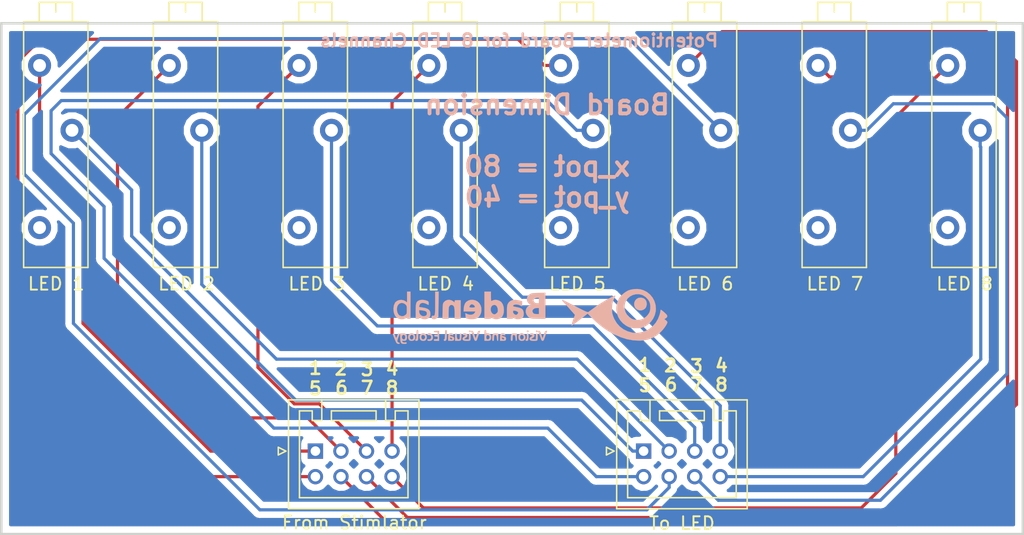
<source format=kicad_pcb>
(kicad_pcb (version 20171130) (host pcbnew "(5.0.0)")

  (general
    (thickness 1.6)
    (drawings 22)
    (tracks 111)
    (zones 0)
    (modules 11)
    (nets 13)
  )

  (page A4)
  (layers
    (0 F.Cu signal)
    (31 B.Cu signal hide)
    (32 B.Adhes user)
    (33 F.Adhes user)
    (34 B.Paste user)
    (35 F.Paste user)
    (36 B.SilkS user)
    (37 F.SilkS user)
    (38 B.Mask user)
    (39 F.Mask user)
    (40 Dwgs.User user)
    (41 Cmts.User user)
    (42 Eco1.User user)
    (43 Eco2.User user)
    (44 Edge.Cuts user)
    (45 Margin user)
    (46 B.CrtYd user)
    (47 F.CrtYd user)
    (48 B.Fab user)
    (49 F.Fab user)
  )

  (setup
    (last_trace_width 0.25)
    (trace_clearance 0.2)
    (zone_clearance 0.508)
    (zone_45_only no)
    (trace_min 0.2)
    (segment_width 0.2)
    (edge_width 0.15)
    (via_size 0.8)
    (via_drill 0.4)
    (via_min_size 0.4)
    (via_min_drill 0.3)
    (uvia_size 0.3)
    (uvia_drill 0.1)
    (uvias_allowed no)
    (uvia_min_size 0.2)
    (uvia_min_drill 0.1)
    (pcb_text_width 0.3)
    (pcb_text_size 1.5 1.5)
    (mod_edge_width 0.15)
    (mod_text_size 1 1)
    (mod_text_width 0.15)
    (pad_size 1.2 1.2)
    (pad_drill 0.75)
    (pad_to_mask_clearance 0.2)
    (aux_axis_origin 0 0)
    (visible_elements 7FFFFFFF)
    (pcbplotparams
      (layerselection 0x3ffff_ffffffff)
      (usegerberextensions false)
      (usegerberattributes false)
      (usegerberadvancedattributes false)
      (creategerberjobfile false)
      (excludeedgelayer true)
      (linewidth 0.100000)
      (plotframeref false)
      (viasonmask false)
      (mode 1)
      (useauxorigin false)
      (hpglpennumber 1)
      (hpglpenspeed 20)
      (hpglpendiameter 15.000000)
      (psnegative false)
      (psa4output false)
      (plotreference true)
      (plotvalue true)
      (plotinvisibletext false)
      (padsonsilk false)
      (subtractmaskfromsilk false)
      (outputformat 1)
      (mirror false)
      (drillshape 0)
      (scaleselection 1)
      (outputdirectory ""))
  )

  (net 0 "")
  (net 1 "Net-(J1-Pad1)")
  (net 2 "Net-(J1-Pad2)")
  (net 3 "Net-(J1-Pad3)")
  (net 4 "Net-(J1-Pad4)")
  (net 5 "Net-(J2-Pad4)")
  (net 6 "Net-(J2-Pad3)")
  (net 7 "Net-(J2-Pad2)")
  (net 8 "Net-(J2-Pad1)")
  (net 9 "Net-(RV1-Pad1)")
  (net 10 "Net-(RV2-Pad1)")
  (net 11 "Net-(RV3-Pad1)")
  (net 12 "Net-(RV4-Pad1)")

  (net_class Default "This is the default net class."
    (clearance 0.2)
    (trace_width 0.25)
    (via_dia 0.8)
    (via_drill 0.4)
    (uvia_dia 0.3)
    (uvia_drill 0.1)
    (add_net "Net-(J1-Pad1)")
    (add_net "Net-(J1-Pad2)")
    (add_net "Net-(J1-Pad3)")
    (add_net "Net-(J1-Pad4)")
    (add_net "Net-(J2-Pad1)")
    (add_net "Net-(J2-Pad2)")
    (add_net "Net-(J2-Pad3)")
    (add_net "Net-(J2-Pad4)")
    (add_net "Net-(RV1-Pad1)")
    (add_net "Net-(RV2-Pad1)")
    (add_net "Net-(RV3-Pad1)")
    (add_net "Net-(RV4-Pad1)")
  )

  (module Potentiometer_THT:Potentiometer_Vishay_43_Horizontal (layer F.Cu) (tedit 5E14E429) (tstamp 5E154103)
    (at 192.12 70 270)
    (descr "Potentiometer, horizontal, Vishay 43, http://www.vishay.com/docs/57026/43.pdf")
    (tags "Potentiometer horizontal Vishay 43")
    (path /5C756885)
    (fp_text reference "LED 8" (at 4.4 -1.32) (layer F.SilkS)
      (effects (font (size 1 1) (thickness 0.15)))
    )
    (fp_text value "" (at -7.26 2.38 270) (layer F.Fab)
      (effects (font (size 1 1) (thickness 0.15)))
    )
    (fp_text user %R (at -6.5 -1.27 270) (layer F.Fab)
      (effects (font (size 1 1) (thickness 0.15)))
    )
    (fp_line (start 3.25 -3.95) (end -17.8 -3.95) (layer F.CrtYd) (width 0.05))
    (fp_line (start 3.25 1.4) (end 3.25 -3.95) (layer F.CrtYd) (width 0.05))
    (fp_line (start -17.8 1.4) (end 3.25 1.4) (layer F.CrtYd) (width 0.05))
    (fp_line (start -17.8 -3.95) (end -17.8 1.4) (layer F.CrtYd) (width 0.05))
    (fp_line (start -17.64 -1.27) (end -16.881 -1.27) (layer F.SilkS) (width 0.12))
    (fp_line (start -16.121 -2.57) (end -16.121 0.03) (layer F.SilkS) (width 0.12))
    (fp_line (start -17.64 -2.57) (end -17.64 0.03) (layer F.SilkS) (width 0.12))
    (fp_line (start -17.64 0.03) (end -16.121 0.03) (layer F.SilkS) (width 0.12))
    (fp_line (start -17.64 -2.57) (end -16.121 -2.57) (layer F.SilkS) (width 0.12))
    (fp_line (start 3.12 -3.79) (end 3.12 1.25) (layer F.SilkS) (width 0.12))
    (fp_line (start -16.12 -3.79) (end -16.12 1.25) (layer F.SilkS) (width 0.12))
    (fp_line (start -16.12 1.25) (end 3.12 1.25) (layer F.SilkS) (width 0.12))
    (fp_line (start -16.12 -3.79) (end 3.12 -3.79) (layer F.SilkS) (width 0.12))
    (fp_line (start -17.52 -1.27) (end -16.76 -1.27) (layer F.Fab) (width 0.1))
    (fp_line (start -16 -2.45) (end -17.52 -2.45) (layer F.Fab) (width 0.1))
    (fp_line (start -16 -0.09) (end -16 -2.45) (layer F.Fab) (width 0.1))
    (fp_line (start -17.52 -0.09) (end -16 -0.09) (layer F.Fab) (width 0.1))
    (fp_line (start -17.52 -2.45) (end -17.52 -0.09) (layer F.Fab) (width 0.1))
    (fp_line (start 3 -3.67) (end -16 -3.67) (layer F.Fab) (width 0.1))
    (fp_line (start 3 1.13) (end 3 -3.67) (layer F.Fab) (width 0.1))
    (fp_line (start -16 1.13) (end 3 1.13) (layer F.Fab) (width 0.1))
    (fp_line (start -16 -3.67) (end -16 1.13) (layer F.Fab) (width 0.1))
    (pad 3 thru_hole circle (at -12.7 0 270) (size 1.8 1.8) (drill 1) (layers *.Cu *.Mask))
    (pad 2 thru_hole circle (at -7.62 -2.54 270) (size 1.8 1.8) (drill 1) (layers *.Cu *.Mask))
    (pad 1 thru_hole circle (at 0 0 270) (size 1.8 1.8) (drill 1) (layers *.Cu *.Mask))
    (model ${KISYS3DMOD}/Potentiometer_THT.3dshapes/Potentiometer_Vishay_43_Horizontal.wrl
      (at (xyz 0 0 0))
      (scale (xyz 1 1 1))
      (rotate (xyz 0 0 0))
    )
  )

  (module Potentiometer_THT:Potentiometer_Vishay_43_Horizontal (layer F.Cu) (tedit 5E14E425) (tstamp 5E154103)
    (at 181.96 70 270)
    (descr "Potentiometer, horizontal, Vishay 43, http://www.vishay.com/docs/57026/43.pdf")
    (tags "Potentiometer horizontal Vishay 43")
    (path /5C756885)
    (fp_text reference "LED 7" (at 4.4 -1.32) (layer F.SilkS)
      (effects (font (size 1 1) (thickness 0.15)))
    )
    (fp_text value "" (at -7.26 2.38 270) (layer F.Fab)
      (effects (font (size 1 1) (thickness 0.15)))
    )
    (fp_text user %R (at -6.5 -1.27 270) (layer F.Fab)
      (effects (font (size 1 1) (thickness 0.15)))
    )
    (fp_line (start 3.25 -3.95) (end -17.8 -3.95) (layer F.CrtYd) (width 0.05))
    (fp_line (start 3.25 1.4) (end 3.25 -3.95) (layer F.CrtYd) (width 0.05))
    (fp_line (start -17.8 1.4) (end 3.25 1.4) (layer F.CrtYd) (width 0.05))
    (fp_line (start -17.8 -3.95) (end -17.8 1.4) (layer F.CrtYd) (width 0.05))
    (fp_line (start -17.64 -1.27) (end -16.881 -1.27) (layer F.SilkS) (width 0.12))
    (fp_line (start -16.121 -2.57) (end -16.121 0.03) (layer F.SilkS) (width 0.12))
    (fp_line (start -17.64 -2.57) (end -17.64 0.03) (layer F.SilkS) (width 0.12))
    (fp_line (start -17.64 0.03) (end -16.121 0.03) (layer F.SilkS) (width 0.12))
    (fp_line (start -17.64 -2.57) (end -16.121 -2.57) (layer F.SilkS) (width 0.12))
    (fp_line (start 3.12 -3.79) (end 3.12 1.25) (layer F.SilkS) (width 0.12))
    (fp_line (start -16.12 -3.79) (end -16.12 1.25) (layer F.SilkS) (width 0.12))
    (fp_line (start -16.12 1.25) (end 3.12 1.25) (layer F.SilkS) (width 0.12))
    (fp_line (start -16.12 -3.79) (end 3.12 -3.79) (layer F.SilkS) (width 0.12))
    (fp_line (start -17.52 -1.27) (end -16.76 -1.27) (layer F.Fab) (width 0.1))
    (fp_line (start -16 -2.45) (end -17.52 -2.45) (layer F.Fab) (width 0.1))
    (fp_line (start -16 -0.09) (end -16 -2.45) (layer F.Fab) (width 0.1))
    (fp_line (start -17.52 -0.09) (end -16 -0.09) (layer F.Fab) (width 0.1))
    (fp_line (start -17.52 -2.45) (end -17.52 -0.09) (layer F.Fab) (width 0.1))
    (fp_line (start 3 -3.67) (end -16 -3.67) (layer F.Fab) (width 0.1))
    (fp_line (start 3 1.13) (end 3 -3.67) (layer F.Fab) (width 0.1))
    (fp_line (start -16 1.13) (end 3 1.13) (layer F.Fab) (width 0.1))
    (fp_line (start -16 -3.67) (end -16 1.13) (layer F.Fab) (width 0.1))
    (pad 3 thru_hole circle (at -12.7 0 270) (size 1.8 1.8) (drill 1) (layers *.Cu *.Mask))
    (pad 2 thru_hole circle (at -7.62 -2.54 270) (size 1.8 1.8) (drill 1) (layers *.Cu *.Mask))
    (pad 1 thru_hole circle (at 0 0 270) (size 1.8 1.8) (drill 1) (layers *.Cu *.Mask))
    (model ${KISYS3DMOD}/Potentiometer_THT.3dshapes/Potentiometer_Vishay_43_Horizontal.wrl
      (at (xyz 0 0 0))
      (scale (xyz 1 1 1))
      (rotate (xyz 0 0 0))
    )
  )

  (module Potentiometer_THT:Potentiometer_Vishay_43_Horizontal (layer F.Cu) (tedit 5E14E658) (tstamp 5E154103)
    (at 161.8 70 270)
    (descr "Potentiometer, horizontal, Vishay 43, http://www.vishay.com/docs/57026/43.pdf")
    (tags "Potentiometer horizontal Vishay 43")
    (path /5C756885)
    (fp_text reference "LED 5" (at 4.4 -1.32) (layer F.SilkS)
      (effects (font (size 1 1) (thickness 0.15)))
    )
    (fp_text value "" (at -7.26 2.38 270) (layer F.Fab)
      (effects (font (size 1 1) (thickness 0.15)))
    )
    (fp_text user %R (at -6.5 -1.27 270) (layer F.Fab)
      (effects (font (size 1 1) (thickness 0.15)))
    )
    (fp_line (start 3.25 -3.95) (end -17.8 -3.95) (layer F.CrtYd) (width 0.05))
    (fp_line (start 3.25 1.4) (end 3.25 -3.95) (layer F.CrtYd) (width 0.05))
    (fp_line (start -17.8 1.4) (end 3.25 1.4) (layer F.CrtYd) (width 0.05))
    (fp_line (start -17.8 -3.95) (end -17.8 1.4) (layer F.CrtYd) (width 0.05))
    (fp_line (start -17.64 -1.27) (end -16.881 -1.27) (layer F.SilkS) (width 0.12))
    (fp_line (start -16.121 -2.57) (end -16.121 0.03) (layer F.SilkS) (width 0.12))
    (fp_line (start -17.64 -2.57) (end -17.64 0.03) (layer F.SilkS) (width 0.12))
    (fp_line (start -17.64 0.03) (end -16.121 0.03) (layer F.SilkS) (width 0.12))
    (fp_line (start -17.64 -2.57) (end -16.121 -2.57) (layer F.SilkS) (width 0.12))
    (fp_line (start 3.12 -3.79) (end 3.12 1.25) (layer F.SilkS) (width 0.12))
    (fp_line (start -16.12 -3.79) (end -16.12 1.25) (layer F.SilkS) (width 0.12))
    (fp_line (start -16.12 1.25) (end 3.12 1.25) (layer F.SilkS) (width 0.12))
    (fp_line (start -16.12 -3.79) (end 3.12 -3.79) (layer F.SilkS) (width 0.12))
    (fp_line (start -17.52 -1.27) (end -16.76 -1.27) (layer F.Fab) (width 0.1))
    (fp_line (start -16 -2.45) (end -17.52 -2.45) (layer F.Fab) (width 0.1))
    (fp_line (start -16 -0.09) (end -16 -2.45) (layer F.Fab) (width 0.1))
    (fp_line (start -17.52 -0.09) (end -16 -0.09) (layer F.Fab) (width 0.1))
    (fp_line (start -17.52 -2.45) (end -17.52 -0.09) (layer F.Fab) (width 0.1))
    (fp_line (start 3 -3.67) (end -16 -3.67) (layer F.Fab) (width 0.1))
    (fp_line (start 3 1.13) (end 3 -3.67) (layer F.Fab) (width 0.1))
    (fp_line (start -16 1.13) (end 3 1.13) (layer F.Fab) (width 0.1))
    (fp_line (start -16 -3.67) (end -16 1.13) (layer F.Fab) (width 0.1))
    (pad 3 thru_hole circle (at -12.7 0 270) (size 1.8 1.8) (drill 1) (layers *.Cu *.Mask))
    (pad 2 thru_hole circle (at -7.62 -2.54 270) (size 1.8 1.8) (drill 1) (layers *.Cu *.Mask))
    (pad 1 thru_hole circle (at 0 0 270) (size 1.8 1.8) (drill 1) (layers *.Cu *.Mask))
    (model ${KISYS3DMOD}/Potentiometer_THT.3dshapes/Potentiometer_Vishay_43_Horizontal.wrl
      (at (xyz 0 0 0))
      (scale (xyz 1 1 1))
      (rotate (xyz 0 0 0))
    )
  )

  (module Potentiometer_THT:Potentiometer_Vishay_43_Horizontal (layer F.Cu) (tedit 5E14E422) (tstamp 5E154103)
    (at 171.8 70 270)
    (descr "Potentiometer, horizontal, Vishay 43, http://www.vishay.com/docs/57026/43.pdf")
    (tags "Potentiometer horizontal Vishay 43")
    (path /5C756885)
    (fp_text reference "LED 6" (at 4.4 -1.32) (layer F.SilkS)
      (effects (font (size 1 1) (thickness 0.15)))
    )
    (fp_text value "" (at -7.26 2.38 270) (layer F.Fab)
      (effects (font (size 1 1) (thickness 0.15)))
    )
    (fp_text user %R (at -6.5 -1.27 270) (layer F.Fab)
      (effects (font (size 1 1) (thickness 0.15)))
    )
    (fp_line (start 3.25 -3.95) (end -17.8 -3.95) (layer F.CrtYd) (width 0.05))
    (fp_line (start 3.25 1.4) (end 3.25 -3.95) (layer F.CrtYd) (width 0.05))
    (fp_line (start -17.8 1.4) (end 3.25 1.4) (layer F.CrtYd) (width 0.05))
    (fp_line (start -17.8 -3.95) (end -17.8 1.4) (layer F.CrtYd) (width 0.05))
    (fp_line (start -17.64 -1.27) (end -16.881 -1.27) (layer F.SilkS) (width 0.12))
    (fp_line (start -16.121 -2.57) (end -16.121 0.03) (layer F.SilkS) (width 0.12))
    (fp_line (start -17.64 -2.57) (end -17.64 0.03) (layer F.SilkS) (width 0.12))
    (fp_line (start -17.64 0.03) (end -16.121 0.03) (layer F.SilkS) (width 0.12))
    (fp_line (start -17.64 -2.57) (end -16.121 -2.57) (layer F.SilkS) (width 0.12))
    (fp_line (start 3.12 -3.79) (end 3.12 1.25) (layer F.SilkS) (width 0.12))
    (fp_line (start -16.12 -3.79) (end -16.12 1.25) (layer F.SilkS) (width 0.12))
    (fp_line (start -16.12 1.25) (end 3.12 1.25) (layer F.SilkS) (width 0.12))
    (fp_line (start -16.12 -3.79) (end 3.12 -3.79) (layer F.SilkS) (width 0.12))
    (fp_line (start -17.52 -1.27) (end -16.76 -1.27) (layer F.Fab) (width 0.1))
    (fp_line (start -16 -2.45) (end -17.52 -2.45) (layer F.Fab) (width 0.1))
    (fp_line (start -16 -0.09) (end -16 -2.45) (layer F.Fab) (width 0.1))
    (fp_line (start -17.52 -0.09) (end -16 -0.09) (layer F.Fab) (width 0.1))
    (fp_line (start -17.52 -2.45) (end -17.52 -0.09) (layer F.Fab) (width 0.1))
    (fp_line (start 3 -3.67) (end -16 -3.67) (layer F.Fab) (width 0.1))
    (fp_line (start 3 1.13) (end 3 -3.67) (layer F.Fab) (width 0.1))
    (fp_line (start -16 1.13) (end 3 1.13) (layer F.Fab) (width 0.1))
    (fp_line (start -16 -3.67) (end -16 1.13) (layer F.Fab) (width 0.1))
    (pad 3 thru_hole circle (at -12.7 0 270) (size 1.8 1.8) (drill 1) (layers *.Cu *.Mask))
    (pad 2 thru_hole circle (at -7.62 -2.54 270) (size 1.8 1.8) (drill 1) (layers *.Cu *.Mask))
    (pad 1 thru_hole circle (at 0 0 270) (size 1.8 1.8) (drill 1) (layers *.Cu *.Mask))
    (model ${KISYS3DMOD}/Potentiometer_THT.3dshapes/Potentiometer_Vishay_43_Horizontal.wrl
      (at (xyz 0 0 0))
      (scale (xyz 1 1 1))
      (rotate (xyz 0 0 0))
    )
  )

  (module Connector_JST:JST_PUD_B08B-PUDSS_2x04_P2.00mm_Vertical (layer F.Cu) (tedit 5E14E8ED) (tstamp 5C75DBE3)
    (at 168.3 87.5)
    (descr "JST PUD series connector, B08B-PUDSS (http://www.jst-mfg.com/product/pdf/eng/ePUD.pdf), generated with kicad-footprint-generator")
    (tags "connector JST PUD side entry")
    (path /5C756C33)
    (fp_text reference "To LED" (at 3 5.65) (layer F.SilkS)
      (effects (font (size 1 1) (thickness 0.15)))
    )
    (fp_text value "" (at 3 5.6) (layer F.Fab)
      (effects (font (size 1 1) (thickness 0.15)))
    )
    (fp_text user %R (at 3 -3.2) (layer F.Fab)
      (effects (font (size 1 1) (thickness 0.15)))
    )
    (fp_line (start -1.292893 0) (end -2 -0.5) (layer F.Fab) (width 0.1))
    (fp_line (start -2 0.5) (end -1.292893 0) (layer F.Fab) (width 0.1))
    (fp_line (start -2.91 -0.3) (end -2.31 0) (layer F.SilkS) (width 0.12))
    (fp_line (start -2.91 0.3) (end -2.91 -0.3) (layer F.SilkS) (width 0.12))
    (fp_line (start -2.31 0) (end -2.91 0.3) (layer F.SilkS) (width 0.12))
    (fp_line (start 8.11 -4.01) (end -2.11 -4.01) (layer F.SilkS) (width 0.12))
    (fp_line (start 8.11 4.51) (end 8.11 -4.01) (layer F.SilkS) (width 0.12))
    (fp_line (start -2.11 4.51) (end 8.11 4.51) (layer F.SilkS) (width 0.12))
    (fp_line (start -2.11 -4.01) (end -2.11 4.51) (layer F.SilkS) (width 0.12))
    (fp_line (start 7.25 3.65) (end 3 3.65) (layer F.SilkS) (width 0.12))
    (fp_line (start 7.25 -3.15) (end 7.25 3.65) (layer F.SilkS) (width 0.12))
    (fp_line (start 6.25 -3.15) (end 7.25 -3.15) (layer F.SilkS) (width 0.12))
    (fp_line (start 6.25 -2.4) (end 6.25 -3.15) (layer F.SilkS) (width 0.12))
    (fp_line (start 5.5 -2.4) (end 6.25 -2.4) (layer F.SilkS) (width 0.12))
    (fp_line (start 5.5 -4.01) (end 5.5 -2.4) (layer F.SilkS) (width 0.12))
    (fp_line (start -1.25 3.65) (end 3 3.65) (layer F.SilkS) (width 0.12))
    (fp_line (start -1.25 -3.15) (end -1.25 3.65) (layer F.SilkS) (width 0.12))
    (fp_line (start -0.25 -3.15) (end -1.25 -3.15) (layer F.SilkS) (width 0.12))
    (fp_line (start -0.25 -2.4) (end -0.25 -3.15) (layer F.SilkS) (width 0.12))
    (fp_line (start 0.5 -2.4) (end -0.25 -2.4) (layer F.SilkS) (width 0.12))
    (fp_line (start 0.5 -4.01) (end 0.5 -2.4) (layer F.SilkS) (width 0.12))
    (fp_line (start 8.5 -4.4) (end -2.5 -4.4) (layer F.CrtYd) (width 0.05))
    (fp_line (start 8.5 4.9) (end 8.5 -4.4) (layer F.CrtYd) (width 0.05))
    (fp_line (start -2.5 4.9) (end 8.5 4.9) (layer F.CrtYd) (width 0.05))
    (fp_line (start -2.5 -4.4) (end -2.5 4.9) (layer F.CrtYd) (width 0.05))
    (fp_line (start 4.75 -3.15) (end 1.25 -3.15) (layer F.SilkS) (width 0.12))
    (fp_line (start 4.75 -2.4) (end 4.75 -3.15) (layer F.SilkS) (width 0.12))
    (fp_line (start 1.25 -2.4) (end 4.75 -2.4) (layer F.SilkS) (width 0.12))
    (fp_line (start 1.25 -3.15) (end 1.25 -2.4) (layer F.SilkS) (width 0.12))
    (fp_line (start 8 -3.9) (end -2 -3.9) (layer F.Fab) (width 0.1))
    (fp_line (start 8 4.4) (end 8 -3.9) (layer F.Fab) (width 0.1))
    (fp_line (start -2 4.4) (end 8 4.4) (layer F.Fab) (width 0.1))
    (fp_line (start -2 -3.9) (end -2 4.4) (layer F.Fab) (width 0.1))
    (pad 8 thru_hole circle (at 6 2) (size 1.2 1.2) (drill 0.75) (layers *.Cu *.Mask))
    (pad 6 thru_hole circle (at 4 2) (size 1.2 1.2) (drill 0.75) (layers *.Cu *.Mask))
    (pad 4 thru_hole circle (at 2 2) (size 1.2 1.2) (drill 0.75) (layers *.Cu *.Mask))
    (pad 2 thru_hole circle (at 0 2) (size 1.2 1.2) (drill 0.75) (layers *.Cu *.Mask))
    (pad 7 thru_hole circle (at 6 0) (size 1.2 1.2) (drill 0.75) (layers *.Cu *.Mask)
      (net 5 "Net-(J2-Pad4)"))
    (pad 5 thru_hole circle (at 4 0) (size 1.2 1.2) (drill 0.75) (layers *.Cu *.Mask)
      (net 6 "Net-(J2-Pad3)"))
    (pad 3 thru_hole circle (at 2 0) (size 1.2 1.2) (drill 0.75) (layers *.Cu *.Mask)
      (net 7 "Net-(J2-Pad2)"))
    (pad 1 thru_hole rect (at 0 0) (size 1.2 1.2) (drill 0.75) (layers *.Cu *.Mask)
      (net 8 "Net-(J2-Pad1)"))
    (model ${KISYS3DMOD}/Connector_JST.3dshapes/JST_PUD_B08B-PUDSS_2x04_P2.00mm_Vertical.wrl
      (at (xyz 0 0 0))
      (scale (xyz 1 1 1))
      (rotate (xyz 0 0 0))
    )
  )

  (module Connector_JST:JST_PUD_B08B-PUDSS_2x04_P2.00mm_Vertical (layer F.Cu) (tedit 5E14E71B) (tstamp 5C75DBC1)
    (at 142.6 87.5)
    (descr "JST PUD series connector, B08B-PUDSS (http://www.jst-mfg.com/product/pdf/eng/ePUD.pdf), generated with kicad-footprint-generator")
    (tags "connector JST PUD side entry")
    (path /5C756BCF)
    (fp_text reference "From Stimlator" (at 3.05 5.6) (layer F.SilkS)
      (effects (font (size 1 1) (thickness 0.15)))
    )
    (fp_text value "" (at 3 5.6) (layer F.Fab)
      (effects (font (size 1 1) (thickness 0.15)))
    )
    (fp_text user %R (at 3 -3.2) (layer F.Fab)
      (effects (font (size 1 1) (thickness 0.15)))
    )
    (fp_line (start -1.292893 0) (end -2 -0.5) (layer F.Fab) (width 0.1))
    (fp_line (start -2 0.5) (end -1.292893 0) (layer F.Fab) (width 0.1))
    (fp_line (start -2.91 -0.3) (end -2.31 0) (layer F.SilkS) (width 0.12))
    (fp_line (start -2.91 0.3) (end -2.91 -0.3) (layer F.SilkS) (width 0.12))
    (fp_line (start -2.31 0) (end -2.91 0.3) (layer F.SilkS) (width 0.12))
    (fp_line (start 8.11 -4.01) (end -2.11 -4.01) (layer F.SilkS) (width 0.12))
    (fp_line (start 8.11 4.51) (end 8.11 -4.01) (layer F.SilkS) (width 0.12))
    (fp_line (start -2.11 4.51) (end 8.11 4.51) (layer F.SilkS) (width 0.12))
    (fp_line (start -2.11 -4.01) (end -2.11 4.51) (layer F.SilkS) (width 0.12))
    (fp_line (start 7.25 3.65) (end 3 3.65) (layer F.SilkS) (width 0.12))
    (fp_line (start 7.25 -3.15) (end 7.25 3.65) (layer F.SilkS) (width 0.12))
    (fp_line (start 6.25 -3.15) (end 7.25 -3.15) (layer F.SilkS) (width 0.12))
    (fp_line (start 6.25 -2.4) (end 6.25 -3.15) (layer F.SilkS) (width 0.12))
    (fp_line (start 5.5 -2.4) (end 6.25 -2.4) (layer F.SilkS) (width 0.12))
    (fp_line (start 5.5 -4.01) (end 5.5 -2.4) (layer F.SilkS) (width 0.12))
    (fp_line (start -1.25 3.65) (end 3 3.65) (layer F.SilkS) (width 0.12))
    (fp_line (start -1.25 -3.15) (end -1.25 3.65) (layer F.SilkS) (width 0.12))
    (fp_line (start -0.25 -3.15) (end -1.25 -3.15) (layer F.SilkS) (width 0.12))
    (fp_line (start -0.25 -2.4) (end -0.25 -3.15) (layer F.SilkS) (width 0.12))
    (fp_line (start 0.5 -2.4) (end -0.25 -2.4) (layer F.SilkS) (width 0.12))
    (fp_line (start 0.5 -4.01) (end 0.5 -2.4) (layer F.SilkS) (width 0.12))
    (fp_line (start 8.5 -4.4) (end -2.5 -4.4) (layer F.CrtYd) (width 0.05))
    (fp_line (start 8.5 4.9) (end 8.5 -4.4) (layer F.CrtYd) (width 0.05))
    (fp_line (start -2.5 4.9) (end 8.5 4.9) (layer F.CrtYd) (width 0.05))
    (fp_line (start -2.5 -4.4) (end -2.5 4.9) (layer F.CrtYd) (width 0.05))
    (fp_line (start 4.75 -3.15) (end 1.25 -3.15) (layer F.SilkS) (width 0.12))
    (fp_line (start 4.75 -2.4) (end 4.75 -3.15) (layer F.SilkS) (width 0.12))
    (fp_line (start 1.25 -2.4) (end 4.75 -2.4) (layer F.SilkS) (width 0.12))
    (fp_line (start 1.25 -3.15) (end 1.25 -2.4) (layer F.SilkS) (width 0.12))
    (fp_line (start 8 -3.9) (end -2 -3.9) (layer F.Fab) (width 0.1))
    (fp_line (start 8 4.4) (end 8 -3.9) (layer F.Fab) (width 0.1))
    (fp_line (start -2 4.4) (end 8 4.4) (layer F.Fab) (width 0.1))
    (fp_line (start -2 -3.9) (end -2 4.4) (layer F.Fab) (width 0.1))
    (pad 8 thru_hole circle (at 6 2) (size 1.2 1.2) (drill 0.75) (layers *.Cu *.Mask))
    (pad 6 thru_hole circle (at 4 2) (size 1.2 1.2) (drill 0.75) (layers *.Cu *.Mask))
    (pad 4 thru_hole circle (at 2 2) (size 1.2 1.2) (drill 0.75) (layers *.Cu *.Mask))
    (pad 2 thru_hole circle (at 0 2) (size 1.2 1.2) (drill 0.75) (layers *.Cu *.Mask))
    (pad 7 thru_hole circle (at 6 0) (size 1.2 1.2) (drill 0.75) (layers *.Cu *.Mask)
      (net 4 "Net-(J1-Pad4)"))
    (pad 5 thru_hole circle (at 4 0) (size 1.2 1.2) (drill 0.75) (layers *.Cu *.Mask)
      (net 3 "Net-(J1-Pad3)"))
    (pad 3 thru_hole circle (at 2 0) (size 1.2 1.2) (drill 0.75) (layers *.Cu *.Mask)
      (net 2 "Net-(J1-Pad2)"))
    (pad 1 thru_hole rect (at 0 0) (size 1.2 1.2) (drill 0.75) (layers *.Cu *.Mask)
      (net 1 "Net-(J1-Pad1)"))
    (model ${KISYS3DMOD}/Connector_JST.3dshapes/JST_PUD_B08B-PUDSS_2x04_P2.00mm_Vertical.wrl
      (at (xyz 0 0 0))
      (scale (xyz 1 1 1))
      (rotate (xyz 0 0 0))
    )
  )

  (module Potentiometer_THT:Potentiometer_Vishay_43_Horizontal (layer F.Cu) (tedit 5C756EAB) (tstamp 5C75DC01)
    (at 121 70 270)
    (descr "Potentiometer, horizontal, Vishay 43, http://www.vishay.com/docs/57026/43.pdf")
    (tags "Potentiometer horizontal Vishay 43")
    (path /5C756AE9)
    (fp_text reference "LED 1" (at 4.4 -1.3) (layer F.SilkS)
      (effects (font (size 1 1) (thickness 0.15)))
    )
    (fp_text value "" (at -7.26 2.38 270) (layer F.Fab)
      (effects (font (size 1 1) (thickness 0.15)))
    )
    (fp_text user %R (at -6.5 -1.27 270) (layer F.Fab)
      (effects (font (size 1 1) (thickness 0.15)))
    )
    (fp_line (start 3.25 -3.95) (end -17.8 -3.95) (layer F.CrtYd) (width 0.05))
    (fp_line (start 3.25 1.4) (end 3.25 -3.95) (layer F.CrtYd) (width 0.05))
    (fp_line (start -17.8 1.4) (end 3.25 1.4) (layer F.CrtYd) (width 0.05))
    (fp_line (start -17.8 -3.95) (end -17.8 1.4) (layer F.CrtYd) (width 0.05))
    (fp_line (start -17.64 -1.27) (end -16.881 -1.27) (layer F.SilkS) (width 0.12))
    (fp_line (start -16.121 -2.57) (end -16.121 0.03) (layer F.SilkS) (width 0.12))
    (fp_line (start -17.64 -2.57) (end -17.64 0.03) (layer F.SilkS) (width 0.12))
    (fp_line (start -17.64 0.03) (end -16.121 0.03) (layer F.SilkS) (width 0.12))
    (fp_line (start -17.64 -2.57) (end -16.121 -2.57) (layer F.SilkS) (width 0.12))
    (fp_line (start 3.12 -3.79) (end 3.12 1.25) (layer F.SilkS) (width 0.12))
    (fp_line (start -16.12 -3.79) (end -16.12 1.25) (layer F.SilkS) (width 0.12))
    (fp_line (start -16.12 1.25) (end 3.12 1.25) (layer F.SilkS) (width 0.12))
    (fp_line (start -16.12 -3.79) (end 3.12 -3.79) (layer F.SilkS) (width 0.12))
    (fp_line (start -17.52 -1.27) (end -16.76 -1.27) (layer F.Fab) (width 0.1))
    (fp_line (start -16 -2.45) (end -17.52 -2.45) (layer F.Fab) (width 0.1))
    (fp_line (start -16 -0.09) (end -16 -2.45) (layer F.Fab) (width 0.1))
    (fp_line (start -17.52 -0.09) (end -16 -0.09) (layer F.Fab) (width 0.1))
    (fp_line (start -17.52 -2.45) (end -17.52 -0.09) (layer F.Fab) (width 0.1))
    (fp_line (start 3 -3.67) (end -16 -3.67) (layer F.Fab) (width 0.1))
    (fp_line (start 3 1.13) (end 3 -3.67) (layer F.Fab) (width 0.1))
    (fp_line (start -16 1.13) (end 3 1.13) (layer F.Fab) (width 0.1))
    (fp_line (start -16 -3.67) (end -16 1.13) (layer F.Fab) (width 0.1))
    (pad 3 thru_hole circle (at -12.7 0 270) (size 1.8 1.8) (drill 1) (layers *.Cu *.Mask)
      (net 1 "Net-(J1-Pad1)"))
    (pad 2 thru_hole circle (at -7.62 -2.54 270) (size 1.8 1.8) (drill 1) (layers *.Cu *.Mask)
      (net 8 "Net-(J2-Pad1)"))
    (pad 1 thru_hole circle (at 0 0 270) (size 1.8 1.8) (drill 1) (layers *.Cu *.Mask)
      (net 9 "Net-(RV1-Pad1)"))
    (model ${KISYS3DMOD}/Potentiometer_THT.3dshapes/Potentiometer_Vishay_43_Horizontal.wrl
      (at (xyz 0 0 0))
      (scale (xyz 1 1 1))
      (rotate (xyz 0 0 0))
    )
  )

  (module Potentiometer_THT:Potentiometer_Vishay_43_Horizontal (layer F.Cu) (tedit 5C756EB5) (tstamp 5C75DC1F)
    (at 131.16 70 270)
    (descr "Potentiometer, horizontal, Vishay 43, http://www.vishay.com/docs/57026/43.pdf")
    (tags "Potentiometer horizontal Vishay 43")
    (path /5C756AAB)
    (fp_text reference "LED 2" (at 4.4 -1.34) (layer F.SilkS)
      (effects (font (size 1 1) (thickness 0.15)))
    )
    (fp_text value "" (at -7.26 2.38 270) (layer F.Fab)
      (effects (font (size 1 1) (thickness 0.15)))
    )
    (fp_line (start -16 -3.67) (end -16 1.13) (layer F.Fab) (width 0.1))
    (fp_line (start -16 1.13) (end 3 1.13) (layer F.Fab) (width 0.1))
    (fp_line (start 3 1.13) (end 3 -3.67) (layer F.Fab) (width 0.1))
    (fp_line (start 3 -3.67) (end -16 -3.67) (layer F.Fab) (width 0.1))
    (fp_line (start -17.52 -2.45) (end -17.52 -0.09) (layer F.Fab) (width 0.1))
    (fp_line (start -17.52 -0.09) (end -16 -0.09) (layer F.Fab) (width 0.1))
    (fp_line (start -16 -0.09) (end -16 -2.45) (layer F.Fab) (width 0.1))
    (fp_line (start -16 -2.45) (end -17.52 -2.45) (layer F.Fab) (width 0.1))
    (fp_line (start -17.52 -1.27) (end -16.76 -1.27) (layer F.Fab) (width 0.1))
    (fp_line (start -16.12 -3.79) (end 3.12 -3.79) (layer F.SilkS) (width 0.12))
    (fp_line (start -16.12 1.25) (end 3.12 1.25) (layer F.SilkS) (width 0.12))
    (fp_line (start -16.12 -3.79) (end -16.12 1.25) (layer F.SilkS) (width 0.12))
    (fp_line (start 3.12 -3.79) (end 3.12 1.25) (layer F.SilkS) (width 0.12))
    (fp_line (start -17.64 -2.57) (end -16.121 -2.57) (layer F.SilkS) (width 0.12))
    (fp_line (start -17.64 0.03) (end -16.121 0.03) (layer F.SilkS) (width 0.12))
    (fp_line (start -17.64 -2.57) (end -17.64 0.03) (layer F.SilkS) (width 0.12))
    (fp_line (start -16.121 -2.57) (end -16.121 0.03) (layer F.SilkS) (width 0.12))
    (fp_line (start -17.64 -1.27) (end -16.881 -1.27) (layer F.SilkS) (width 0.12))
    (fp_line (start -17.8 -3.95) (end -17.8 1.4) (layer F.CrtYd) (width 0.05))
    (fp_line (start -17.8 1.4) (end 3.25 1.4) (layer F.CrtYd) (width 0.05))
    (fp_line (start 3.25 1.4) (end 3.25 -3.95) (layer F.CrtYd) (width 0.05))
    (fp_line (start 3.25 -3.95) (end -17.8 -3.95) (layer F.CrtYd) (width 0.05))
    (fp_text user %R (at -6.5 -1.27 270) (layer F.Fab)
      (effects (font (size 1 1) (thickness 0.15)))
    )
    (pad 1 thru_hole circle (at 0 0 270) (size 1.8 1.8) (drill 1) (layers *.Cu *.Mask)
      (net 10 "Net-(RV2-Pad1)"))
    (pad 2 thru_hole circle (at -7.62 -2.54 270) (size 1.8 1.8) (drill 1) (layers *.Cu *.Mask)
      (net 7 "Net-(J2-Pad2)"))
    (pad 3 thru_hole circle (at -12.7 0 270) (size 1.8 1.8) (drill 1) (layers *.Cu *.Mask)
      (net 2 "Net-(J1-Pad2)"))
    (model ${KISYS3DMOD}/Potentiometer_THT.3dshapes/Potentiometer_Vishay_43_Horizontal.wrl
      (at (xyz 0 0 0))
      (scale (xyz 1 1 1))
      (rotate (xyz 0 0 0))
    )
  )

  (module Potentiometer_THT:Potentiometer_Vishay_43_Horizontal (layer F.Cu) (tedit 5E14E7C4) (tstamp 5C75DC3D)
    (at 141.32 70 270)
    (descr "Potentiometer, horizontal, Vishay 43, http://www.vishay.com/docs/57026/43.pdf")
    (tags "Potentiometer horizontal Vishay 43")
    (path /5C756A65)
    (fp_text reference "LED 3" (at 4.4 -1.38) (layer F.SilkS)
      (effects (font (size 1 1) (thickness 0.15)))
    )
    (fp_text value "" (at -7.26 2.38 270) (layer F.Fab)
      (effects (font (size 1 1) (thickness 0.15)))
    )
    (fp_text user %R (at -6.5 -1.27 270) (layer F.Fab)
      (effects (font (size 1 1) (thickness 0.15)))
    )
    (fp_line (start 3.25 -3.95) (end -17.8 -3.95) (layer F.CrtYd) (width 0.05))
    (fp_line (start 3.25 1.4) (end 3.25 -3.95) (layer F.CrtYd) (width 0.05))
    (fp_line (start -17.8 1.4) (end 3.25 1.4) (layer F.CrtYd) (width 0.05))
    (fp_line (start -17.8 -3.95) (end -17.8 1.4) (layer F.CrtYd) (width 0.05))
    (fp_line (start -17.64 -1.27) (end -16.881 -1.27) (layer F.SilkS) (width 0.12))
    (fp_line (start -16.121 -2.57) (end -16.121 0.03) (layer F.SilkS) (width 0.12))
    (fp_line (start -17.64 -2.57) (end -17.64 0.03) (layer F.SilkS) (width 0.12))
    (fp_line (start -17.64 0.03) (end -16.121 0.03) (layer F.SilkS) (width 0.12))
    (fp_line (start -17.64 -2.57) (end -16.121 -2.57) (layer F.SilkS) (width 0.12))
    (fp_line (start 3.12 -3.79) (end 3.12 1.25) (layer F.SilkS) (width 0.12))
    (fp_line (start -16.12 -3.79) (end -16.12 1.25) (layer F.SilkS) (width 0.12))
    (fp_line (start -16.12 1.25) (end 3.12 1.25) (layer F.SilkS) (width 0.12))
    (fp_line (start -16.12 -3.79) (end 3.12 -3.79) (layer F.SilkS) (width 0.12))
    (fp_line (start -17.52 -1.27) (end -16.76 -1.27) (layer F.Fab) (width 0.1))
    (fp_line (start -16 -2.45) (end -17.52 -2.45) (layer F.Fab) (width 0.1))
    (fp_line (start -16 -0.09) (end -16 -2.45) (layer F.Fab) (width 0.1))
    (fp_line (start -17.52 -0.09) (end -16 -0.09) (layer F.Fab) (width 0.1))
    (fp_line (start -17.52 -2.45) (end -17.52 -0.09) (layer F.Fab) (width 0.1))
    (fp_line (start 3 -3.67) (end -16 -3.67) (layer F.Fab) (width 0.1))
    (fp_line (start 3 1.13) (end 3 -3.67) (layer F.Fab) (width 0.1))
    (fp_line (start -16 1.13) (end 3 1.13) (layer F.Fab) (width 0.1))
    (fp_line (start -16 -3.67) (end -16 1.13) (layer F.Fab) (width 0.1))
    (pad 3 thru_hole circle (at -12.7 0 270) (size 1.8 1.8) (drill 1) (layers *.Cu *.Mask)
      (net 3 "Net-(J1-Pad3)"))
    (pad 2 thru_hole circle (at -7.62 -2.54 270) (size 1.8 1.8) (drill 1) (layers *.Cu *.Mask)
      (net 6 "Net-(J2-Pad3)"))
    (pad 1 thru_hole circle (at 0 0 270) (size 1.8 1.8) (drill 1) (layers *.Cu *.Mask)
      (net 11 "Net-(RV3-Pad1)"))
    (model ${KISYS3DMOD}/Potentiometer_THT.3dshapes/Potentiometer_Vishay_43_Horizontal.wrl
      (at (xyz 0 0 0))
      (scale (xyz 1 1 1))
      (rotate (xyz 0 0 0))
    )
  )

  (module Potentiometer_THT:Potentiometer_Vishay_43_Horizontal (layer F.Cu) (tedit 5C756EE4) (tstamp 5C75DC5B)
    (at 151.48 70 270)
    (descr "Potentiometer, horizontal, Vishay 43, http://www.vishay.com/docs/57026/43.pdf")
    (tags "Potentiometer horizontal Vishay 43")
    (path /5C756885)
    (fp_text reference "LED 4" (at 4.4 -1.32) (layer F.SilkS)
      (effects (font (size 1 1) (thickness 0.15)))
    )
    (fp_text value "" (at -7.26 2.38 270) (layer F.Fab)
      (effects (font (size 1 1) (thickness 0.15)))
    )
    (fp_line (start -16 -3.67) (end -16 1.13) (layer F.Fab) (width 0.1))
    (fp_line (start -16 1.13) (end 3 1.13) (layer F.Fab) (width 0.1))
    (fp_line (start 3 1.13) (end 3 -3.67) (layer F.Fab) (width 0.1))
    (fp_line (start 3 -3.67) (end -16 -3.67) (layer F.Fab) (width 0.1))
    (fp_line (start -17.52 -2.45) (end -17.52 -0.09) (layer F.Fab) (width 0.1))
    (fp_line (start -17.52 -0.09) (end -16 -0.09) (layer F.Fab) (width 0.1))
    (fp_line (start -16 -0.09) (end -16 -2.45) (layer F.Fab) (width 0.1))
    (fp_line (start -16 -2.45) (end -17.52 -2.45) (layer F.Fab) (width 0.1))
    (fp_line (start -17.52 -1.27) (end -16.76 -1.27) (layer F.Fab) (width 0.1))
    (fp_line (start -16.12 -3.79) (end 3.12 -3.79) (layer F.SilkS) (width 0.12))
    (fp_line (start -16.12 1.25) (end 3.12 1.25) (layer F.SilkS) (width 0.12))
    (fp_line (start -16.12 -3.79) (end -16.12 1.25) (layer F.SilkS) (width 0.12))
    (fp_line (start 3.12 -3.79) (end 3.12 1.25) (layer F.SilkS) (width 0.12))
    (fp_line (start -17.64 -2.57) (end -16.121 -2.57) (layer F.SilkS) (width 0.12))
    (fp_line (start -17.64 0.03) (end -16.121 0.03) (layer F.SilkS) (width 0.12))
    (fp_line (start -17.64 -2.57) (end -17.64 0.03) (layer F.SilkS) (width 0.12))
    (fp_line (start -16.121 -2.57) (end -16.121 0.03) (layer F.SilkS) (width 0.12))
    (fp_line (start -17.64 -1.27) (end -16.881 -1.27) (layer F.SilkS) (width 0.12))
    (fp_line (start -17.8 -3.95) (end -17.8 1.4) (layer F.CrtYd) (width 0.05))
    (fp_line (start -17.8 1.4) (end 3.25 1.4) (layer F.CrtYd) (width 0.05))
    (fp_line (start 3.25 1.4) (end 3.25 -3.95) (layer F.CrtYd) (width 0.05))
    (fp_line (start 3.25 -3.95) (end -17.8 -3.95) (layer F.CrtYd) (width 0.05))
    (fp_text user %R (at -6.5 -1.27 270) (layer F.Fab)
      (effects (font (size 1 1) (thickness 0.15)))
    )
    (pad 1 thru_hole circle (at 0 0 270) (size 1.8 1.8) (drill 1) (layers *.Cu *.Mask)
      (net 12 "Net-(RV4-Pad1)"))
    (pad 2 thru_hole circle (at -7.62 -2.54 270) (size 1.8 1.8) (drill 1) (layers *.Cu *.Mask)
      (net 5 "Net-(J2-Pad4)"))
    (pad 3 thru_hole circle (at -12.7 0 270) (size 1.8 1.8) (drill 1) (layers *.Cu *.Mask)
      (net 4 "Net-(J1-Pad4)"))
    (model ${KISYS3DMOD}/Potentiometer_THT.3dshapes/Potentiometer_Vishay_43_Horizontal.wrl
      (at (xyz 0 0 0))
      (scale (xyz 1 1 1))
      (rotate (xyz 0 0 0))
    )
  )

  (module "Maxime:logo 750" (layer B.Cu) (tedit 0) (tstamp 5C75F148)
    (at 157.7 76.7 180)
    (fp_text reference G*** (at 0 0 180) (layer B.SilkS) hide
      (effects (font (size 1.524 1.524) (thickness 0.3)) (justify mirror))
    )
    (fp_text value LOGO (at 0.75 0 180) (layer B.SilkS) hide
      (effects (font (size 1.524 1.524) (thickness 0.3)) (justify mirror))
    )
    (fp_poly (pts (xy -10.185188 1.190461) (xy -10.046401 1.113029) (xy -9.943248 0.998903) (xy -9.878922 0.860205)
      (xy -9.856617 0.70906) (xy -9.879525 0.55759) (xy -9.950839 0.41792) (xy -10.073754 0.302173)
      (xy -10.1092 0.280467) (xy -10.268231 0.216515) (xy -10.420979 0.213696) (xy -10.584437 0.270856)
      (xy -10.725051 0.371325) (xy -10.811358 0.508875) (xy -10.846034 0.688179) (xy -10.847009 0.729526)
      (xy -10.818402 0.914939) (xy -10.736556 1.061494) (xy -10.607436 1.163239) (xy -10.437004 1.214224)
      (xy -10.356415 1.219073) (xy -10.185188 1.190461)) (layer B.SilkS) (width 0.01))
    (fp_poly (pts (xy 4.772192 1.033342) (xy 4.926765 0.967282) (xy 5.052899 0.84855) (xy 5.069693 0.82449)
      (xy 5.092733 0.780225) (xy 5.109894 0.720628) (xy 5.122322 0.634956) (xy 5.131162 0.512465)
      (xy 5.137559 0.342411) (xy 5.142064 0.14554) (xy 5.153329 -0.440267) (xy 4.6736 -0.440267)
      (xy 4.6736 -0.021987) (xy 4.670756 0.149655) (xy 4.663018 0.305404) (xy 4.651578 0.427817)
      (xy 4.638048 0.498278) (xy 4.575632 0.599304) (xy 4.485179 0.648491) (xy 4.381674 0.638509)
      (xy 4.36584 0.631401) (xy 4.302466 0.58938) (xy 4.257093 0.529278) (xy 4.226951 0.440405)
      (xy 4.209268 0.31207) (xy 4.201274 0.133584) (xy 4.199966 -0.008467) (xy 4.199467 -0.440267)
      (xy 3.725334 -0.440267) (xy 3.725334 1.016) (xy 3.9624 1.016) (xy 4.086203 1.014911)
      (xy 4.15705 1.00788) (xy 4.189719 0.989261) (xy 4.198989 0.95341) (xy 4.199467 0.92543)
      (xy 4.199467 0.83486) (xy 4.275667 0.902033) (xy 4.432861 1.002064) (xy 4.602964 1.045385)
      (xy 4.772192 1.033342)) (layer B.SilkS) (width 0.01))
    (fp_poly (pts (xy -2.379133 1.586367) (xy -2.174347 1.580861) (xy -2.024385 1.574179) (xy -1.916345 1.564494)
      (xy -1.83732 1.54998) (xy -1.774406 1.528811) (xy -1.714699 1.499161) (xy -1.69848 1.49005)
      (xy -1.559876 1.384543) (xy -1.481292 1.255405) (xy -1.456268 1.091978) (xy -1.456266 1.090423)
      (xy -1.483074 0.950168) (xy -1.553325 0.815711) (xy -1.651766 0.713117) (xy -1.691218 0.688977)
      (xy -1.771737 0.648834) (xy -1.656335 0.600024) (xy -1.514163 0.507709) (xy -1.419467 0.379518)
      (xy -1.372573 0.228204) (xy -1.373809 0.066524) (xy -1.423504 -0.09277) (xy -1.521986 -0.236923)
      (xy -1.632424 -0.330345) (xy -1.686389 -0.364494) (xy -1.737297 -0.389315) (xy -1.79713 -0.406569)
      (xy -1.87787 -0.418015) (xy -1.9915 -0.425413) (xy -2.15 -0.430523) (xy -2.342679 -0.434655)
      (xy -2.912533 -0.445976) (xy -2.912533 0.4064) (xy -2.404533 0.4064) (xy -2.404533 -0.067733)
      (xy -2.218266 -0.067733) (xy -2.090011 -0.059929) (xy -2.00655 -0.032685) (xy -1.964266 0)
      (xy -1.900116 0.100193) (xy -1.895609 0.201015) (xy -1.943585 0.291905) (xy -2.036884 0.3623)
      (xy -2.168346 0.40164) (xy -2.239767 0.4064) (xy -2.404533 0.4064) (xy -2.912533 0.4064)
      (xy -2.912533 1.2192) (xy -2.404533 1.2192) (xy -2.404533 0.778933) (xy -2.254591 0.778933)
      (xy -2.147317 0.787883) (xy -2.076978 0.822663) (xy -2.034458 0.868167) (xy -1.976478 0.961799)
      (xy -1.975211 1.038502) (xy -2.031702 1.119932) (xy -2.047394 1.136073) (xy -2.140645 1.199685)
      (xy -2.261742 1.219175) (xy -2.267527 1.2192) (xy -2.404533 1.2192) (xy -2.912533 1.2192)
      (xy -2.912533 1.59883) (xy -2.379133 1.586367)) (layer B.SilkS) (width 0.01))
    (fp_poly (pts (xy 7.9248 0.843219) (xy 8.044761 0.934718) (xy 8.196274 1.012866) (xy 8.367913 1.042125)
      (xy 8.542346 1.025164) (xy 8.702239 0.96465) (xy 8.830258 0.863251) (xy 8.871342 0.807494)
      (xy 8.950842 0.618797) (xy 8.987389 0.399511) (xy 8.981351 0.171118) (xy 8.933097 -0.044903)
      (xy 8.853874 -0.210998) (xy 8.729048 -0.343974) (xy 8.566703 -0.432526) (xy 8.383754 -0.472538)
      (xy 8.197117 -0.459892) (xy 8.051299 -0.406334) (xy 7.971139 -0.367284) (xy 7.933743 -0.36281)
      (xy 7.9248 -0.389401) (xy 7.902511 -0.424753) (xy 7.828553 -0.439332) (xy 7.789334 -0.440267)
      (xy 7.653867 -0.440267) (xy 7.653867 0.273215) (xy 7.941734 0.273215) (xy 7.941734 0.267504)
      (xy 7.942644 0.121603) (xy 7.948509 0.02618) (xy 7.964034 -0.036021) (xy 7.993922 -0.082256)
      (xy 8.042877 -0.129778) (xy 8.052334 -0.138245) (xy 8.189049 -0.219015) (xy 8.340987 -0.235784)
      (xy 8.497649 -0.187759) (xy 8.596761 -0.101406) (xy 8.670109 0.031796) (xy 8.712694 0.194227)
      (xy 8.71952 0.368266) (xy 8.694842 0.507571) (xy 8.622021 0.655733) (xy 8.513006 0.755086)
      (xy 8.380921 0.802157) (xy 8.238891 0.79347) (xy 8.100042 0.725551) (xy 8.046496 0.679193)
      (xy 7.996806 0.626241) (xy 7.965983 0.576846) (xy 7.94953 0.513328) (xy 7.942946 0.418011)
      (xy 7.941734 0.273215) (xy 7.653867 0.273215) (xy 7.653867 1.693333) (xy 7.9248 1.693333)
      (xy 7.9248 0.843219)) (layer B.SilkS) (width 0.01))
    (fp_poly (pts (xy 6.887944 1.030129) (xy 6.992927 0.997053) (xy 7.077524 0.951528) (xy 7.141122 0.899549)
      (xy 7.186669 0.831236) (xy 7.217111 0.736709) (xy 7.235394 0.606087) (xy 7.244466 0.429489)
      (xy 7.247272 0.197036) (xy 7.24734 0.143933) (xy 7.247467 -0.440267) (xy 7.112 -0.440267)
      (xy 7.023224 -0.434494) (xy 6.984025 -0.411398) (xy 6.976534 -0.373554) (xy 6.972441 -0.335147)
      (xy 6.950148 -0.330856) (xy 6.894631 -0.362744) (xy 6.853274 -0.390487) (xy 6.700694 -0.457084)
      (xy 6.526695 -0.47569) (xy 6.357453 -0.445594) (xy 6.272956 -0.406258) (xy 6.167061 -0.312167)
      (xy 6.110263 -0.183617) (xy 6.096527 -0.040413) (xy 6.367452 -0.040413) (xy 6.395711 -0.136142)
      (xy 6.471259 -0.201973) (xy 6.578388 -0.232902) (xy 6.701394 -0.223922) (xy 6.807556 -0.18067)
      (xy 6.915805 -0.080098) (xy 6.970131 0.060327) (xy 6.976534 0.140385) (xy 6.976534 0.243717)
      (xy 6.764867 0.219577) (xy 6.589125 0.192035) (xy 6.471317 0.152655) (xy 6.401875 0.095177)
      (xy 6.371229 0.013341) (xy 6.367452 -0.040413) (xy 6.096527 -0.040413) (xy 6.096499 -0.040129)
      (xy 6.118748 0.116018) (xy 6.187348 0.238823) (xy 6.307169 0.332239) (xy 6.483082 0.400216)
      (xy 6.691466 0.442628) (xy 6.982637 0.485947) (xy 6.96255 0.590107) (xy 6.911276 0.712482)
      (xy 6.818204 0.785655) (xy 6.689739 0.808012) (xy 6.532286 0.777934) (xy 6.415006 0.728275)
      (xy 6.322093 0.681824) (xy 6.257966 0.651063) (xy 6.239934 0.643608) (xy 6.234657 0.673623)
      (xy 6.231698 0.748871) (xy 6.231467 0.780661) (xy 6.237602 0.871934) (xy 6.268318 0.9242)
      (xy 6.342086 0.965358) (xy 6.358467 0.972497) (xy 6.531106 1.024534) (xy 6.716108 1.044074)
      (xy 6.887944 1.030129)) (layer B.SilkS) (width 0.01))
    (fp_poly (pts (xy 5.723467 0.785707) (xy 5.723763 0.501365) (xy 5.725509 0.277522) (xy 5.729995 0.106942)
      (xy 5.738508 -0.017609) (xy 5.752336 -0.103367) (xy 5.772769 -0.157565) (xy 5.801095 -0.187441)
      (xy 5.838602 -0.200227) (xy 5.886578 -0.203159) (xy 5.899574 -0.2032) (xy 5.964102 -0.210907)
      (xy 5.990027 -0.247752) (xy 5.9944 -0.31811) (xy 5.981202 -0.406429) (xy 5.932941 -0.454777)
      (xy 5.836618 -0.473029) (xy 5.788965 -0.474133) (xy 5.683768 -0.445907) (xy 5.580068 -0.375359)
      (xy 5.469467 -0.276585) (xy 5.448719 1.693333) (xy 5.723467 1.693333) (xy 5.723467 0.785707)) (layer B.SilkS) (width 0.01))
    (fp_poly (pts (xy 2.973313 1.036879) (xy 3.138894 0.984048) (xy 3.290468 0.884615) (xy 3.396668 0.742146)
      (xy 3.460297 0.551759) (xy 3.480936 0.388486) (xy 3.497174 0.135466) (xy 2.572127 0.135466)
      (xy 2.623208 0.036687) (xy 2.70766 -0.057775) (xy 2.833577 -0.111795) (xy 2.986767 -0.123528)
      (xy 3.153033 -0.091127) (xy 3.260239 -0.046126) (xy 3.356286 0.003542) (xy 3.346076 -0.190088)
      (xy 3.33789 -0.300442) (xy 3.320868 -0.363233) (xy 3.284038 -0.398599) (xy 3.217333 -0.426349)
      (xy 3.098285 -0.452653) (xy 2.941277 -0.465908) (xy 2.772996 -0.466005) (xy 2.620124 -0.452834)
      (xy 2.516892 -0.429224) (xy 2.353049 -0.33475) (xy 2.22618 -0.192407) (xy 2.140395 -0.013553)
      (xy 2.099804 0.190454) (xy 2.108517 0.408257) (xy 2.125753 0.47636) (xy 2.607733 0.47636)
      (xy 2.639583 0.456044) (xy 2.727575 0.443484) (xy 2.827867 0.440266) (xy 2.939966 0.444795)
      (xy 3.019252 0.456643) (xy 3.048 0.47254) (xy 3.026039 0.556339) (xy 2.973669 0.638097)
      (xy 2.911161 0.687153) (xy 2.904771 0.689176) (xy 2.79816 0.687461) (xy 2.699145 0.638397)
      (xy 2.628936 0.55718) (xy 2.607733 0.47636) (xy 2.125753 0.47636) (xy 2.151849 0.579462)
      (xy 2.249856 0.762837) (xy 2.393117 0.90523) (xy 2.56952 1.001677) (xy 2.766955 1.047215)
      (xy 2.973313 1.036879)) (layer B.SilkS) (width 0.01))
    (fp_poly (pts (xy 1.862667 -0.440267) (xy 1.608667 -0.440267) (xy 1.47505 -0.437674) (xy 1.3966 -0.428217)
      (xy 1.36089 -0.409376) (xy 1.354667 -0.388779) (xy 1.345395 -0.361459) (xy 1.307944 -0.365255)
      (xy 1.227865 -0.401992) (xy 1.220549 -0.405712) (xy 1.038042 -0.464247) (xy 0.844567 -0.467269)
      (xy 0.663126 -0.415103) (xy 0.629074 -0.397376) (xy 0.492408 -0.288611) (xy 0.400448 -0.140251)
      (xy 0.350403 0.053869) (xy 0.342723 0.177989) (xy 0.814473 0.177989) (xy 0.826767 0.106021)
      (xy 0.865235 0.046256) (xy 0.907723 0.001467) (xy 1.010192 -0.07823) (xy 1.104395 -0.094975)
      (xy 1.204868 -0.049595) (xy 1.245897 -0.017769) (xy 1.327258 0.08731) (xy 1.368775 0.219072)
      (xy 1.371355 0.35874) (xy 1.335907 0.487537) (xy 1.263337 0.586684) (xy 1.215154 0.618439)
      (xy 1.08812 0.650707) (xy 0.978674 0.621305) (xy 0.892925 0.535319) (xy 0.836984 0.397834)
      (xy 0.820003 0.289594) (xy 0.814473 0.177989) (xy 0.342723 0.177989) (xy 0.338667 0.243519)
      (xy 0.361197 0.48696) (xy 0.4266 0.693793) (xy 0.531598 0.854677) (xy 0.564846 0.887708)
      (xy 0.699648 0.975309) (xy 0.860722 1.029159) (xy 1.025772 1.045463) (xy 1.1725 1.020428)
      (xy 1.2192 0.999066) (xy 1.288913 0.963432) (xy 1.329267 0.949467) (xy 1.33947 0.980547)
      (xy 1.347717 1.065744) (xy 1.353077 1.191447) (xy 1.354667 1.3208) (xy 1.354667 1.693333)
      (xy 1.862667 1.693333) (xy 1.862667 -0.440267)) (layer B.SilkS) (width 0.01))
    (fp_poly (pts (xy -0.373488 1.033343) (xy -0.190476 0.973081) (xy -0.049561 0.859911) (xy 0.0254 0.746357)
      (xy 0.05501 0.681913) (xy 0.075829 0.616563) (xy 0.089378 0.536964) (xy 0.097175 0.429772)
      (xy 0.100743 0.281644) (xy 0.1016 0.079235) (xy 0.1016 -0.440267) (xy -0.135467 -0.440267)
      (xy -0.264555 -0.437222) (xy -0.338409 -0.426347) (xy -0.369329 -0.405033) (xy -0.372533 -0.389965)
      (xy -0.38277 -0.363125) (xy -0.422753 -0.372914) (xy -0.4826 -0.406771) (xy -0.627023 -0.46077)
      (xy -0.795394 -0.4733) (xy -0.95813 -0.444387) (xy -1.042244 -0.406258) (xy -1.144221 -0.317508)
      (xy -1.200064 -0.197874) (xy -1.214295 -0.035804) (xy -1.210962 0.024875) (xy -1.206851 0.046728)
      (xy -0.778933 0.046728) (xy -0.752389 -0.032655) (xy -0.689455 -0.10225) (xy -0.615177 -0.135214)
      (xy -0.608918 -0.135467) (xy -0.543113 -0.11547) (xy -0.464197 -0.06717) (xy -0.461767 -0.065275)
      (xy -0.387054 0.028204) (xy -0.372533 0.104058) (xy -0.382127 0.175466) (xy -0.422815 0.201095)
      (xy -0.458288 0.2032) (xy -0.563 0.188532) (xy -0.665324 0.151369) (xy -0.744239 0.101968)
      (xy -0.778723 0.050587) (xy -0.778933 0.046728) (xy -1.206851 0.046728) (xy -1.183177 0.17256)
      (xy -1.121211 0.285322) (xy -1.017013 0.369452) (xy -0.862529 0.43124) (xy -0.649708 0.476974)
      (xy -0.627693 0.480475) (xy -0.493401 0.506434) (xy -0.404694 0.534305) (xy -0.372534 0.560641)
      (xy -0.372533 0.560725) (xy -0.402173 0.623832) (xy -0.480791 0.664633) (xy -0.592936 0.681716)
      (xy -0.723155 0.673668) (xy -0.855996 0.639077) (xy -0.919799 0.610748) (xy -1.003393 0.568893)
      (xy -1.058566 0.544456) (xy -1.067843 0.541866) (xy -1.0763 0.572612) (xy -1.082064 0.652383)
      (xy -1.083733 0.740949) (xy -1.083733 0.940032) (xy -0.865106 0.994949) (xy -0.598422 1.040648)
      (xy -0.373488 1.033343)) (layer B.SilkS) (width 0.01))
    (fp_poly (pts (xy -9.860431 1.887241) (xy -9.607485 1.846163) (xy -9.388147 1.774417) (xy -9.381067 1.771225)
      (xy -9.193425 1.664979) (xy -9.004597 1.522465) (xy -8.834863 1.361327) (xy -8.704504 1.199212)
      (xy -8.681657 1.162679) (xy -8.548055 0.872141) (xy -8.477325 0.571997) (xy -8.466952 0.270319)
      (xy -8.514421 -0.024824) (xy -8.617218 -0.305362) (xy -8.772827 -0.563225) (xy -8.978735 -0.790342)
      (xy -9.232426 -0.978643) (xy -9.372339 -1.053783) (xy -9.486794 -1.104553) (xy -9.588112 -1.137205)
      (xy -9.699383 -1.156546) (xy -9.843692 -1.167383) (xy -9.9359 -1.171131) (xy -10.097198 -1.173093)
      (xy -10.247245 -1.168527) (xy -10.363884 -1.158388) (xy -10.405393 -1.150879) (xy -10.692493 -1.044481)
      (xy -10.949448 -0.882958) (xy -11.169882 -0.67461) (xy -11.347418 -0.427737) (xy -11.475679 -0.150641)
      (xy -11.54829 0.14838) (xy -11.562632 0.3556) (xy -11.542198 0.557258) (xy -11.126228 0.557258)
      (xy -11.123408 0.353573) (xy -11.092086 0.164705) (xy -11.045051 0.038501) (xy -10.924906 -0.137667)
      (xy -10.76467 -0.299016) (xy -10.586198 -0.42546) (xy -10.489108 -0.472484) (xy -10.291313 -0.522795)
      (xy -10.071777 -0.533302) (xy -9.85708 -0.504987) (xy -9.681047 -0.442631) (xy -9.464475 -0.296569)
      (xy -9.295152 -0.111288) (xy -9.176445 0.103253) (xy -9.111725 0.337093) (xy -9.10436 0.580271)
      (xy -9.157719 0.822826) (xy -9.211179 0.946567) (xy -9.351522 1.150141) (xy -9.535033 1.31022)
      (xy -9.749997 1.422815) (xy -9.984701 1.483935) (xy -10.227431 1.489592) (xy -10.466472 1.435797)
      (xy -10.547914 1.401799) (xy -10.762397 1.26362) (xy -10.943487 1.071016) (xy -11.046227 0.907459)
      (xy -11.100513 0.750355) (xy -11.126228 0.557258) (xy -11.542198 0.557258) (xy -11.530784 0.669889)
      (xy -11.439301 0.964314) (xy -11.294085 1.231466) (xy -11.101037 1.463938) (xy -10.866059 1.654324)
      (xy -10.595051 1.795215) (xy -10.358728 1.866789) (xy -10.11988 1.894999) (xy -9.860431 1.887241)) (layer B.SilkS) (width 0.01))
    (fp_poly (pts (xy 3.070735 -1.378614) (xy 3.081867 -1.4224) (xy 3.057919 -1.479002) (xy 3.014133 -1.490134)
      (xy 2.957532 -1.466186) (xy 2.9464 -1.4224) (xy 2.970348 -1.365799) (xy 3.014133 -1.354667)
      (xy 3.070735 -1.378614)) (layer B.SilkS) (width 0.01))
    (fp_poly (pts (xy -1.467398 -1.378614) (xy -1.456266 -1.4224) (xy -1.480214 -1.479002) (xy -1.524 -1.490134)
      (xy -1.580601 -1.466186) (xy -1.591733 -1.4224) (xy -1.567786 -1.365799) (xy -1.524 -1.354667)
      (xy -1.467398 -1.378614)) (layer B.SilkS) (width 0.01))
    (fp_poly (pts (xy -2.178598 -1.378614) (xy -2.167466 -1.4224) (xy -2.191414 -1.479002) (xy -2.2352 -1.490134)
      (xy -2.291801 -1.466186) (xy -2.302933 -1.4224) (xy -2.278986 -1.365799) (xy -2.2352 -1.354667)
      (xy -2.178598 -1.378614)) (layer B.SilkS) (width 0.01))
    (fp_poly (pts (xy 7.668767 -1.589211) (xy 7.76922 -1.660137) (xy 7.833568 -1.775917) (xy 7.842468 -1.812402)
      (xy 7.840872 -1.924398) (xy 7.8044 -2.035676) (xy 7.743889 -2.120257) (xy 7.70315 -2.146429)
      (xy 7.584048 -2.168442) (xy 7.460227 -2.155418) (xy 7.362338 -2.1114) (xy 7.349067 -2.099734)
      (xy 7.289886 -1.997066) (xy 7.278218 -1.8796) (xy 7.4168 -1.8796) (xy 7.439068 -1.98753)
      (xy 7.4972 -2.052799) (xy 7.578189 -2.066097) (xy 7.640836 -2.039948) (xy 7.694272 -1.968602)
      (xy 7.705543 -1.870341) (xy 7.672828 -1.776342) (xy 7.599645 -1.706251) (xy 7.523356 -1.695438)
      (xy 7.458873 -1.737889) (xy 7.42111 -1.827591) (xy 7.4168 -1.8796) (xy 7.278218 -1.8796)
      (xy 7.277419 -1.871563) (xy 7.308297 -1.745991) (xy 7.379153 -1.643117) (xy 7.4213 -1.611396)
      (xy 7.547648 -1.570508) (xy 7.668767 -1.589211)) (layer B.SilkS) (width 0.01))
    (fp_poly (pts (xy 7.14045 -1.325833) (xy 7.160287 -1.34879) (xy 7.172833 -1.401458) (xy 7.180554 -1.495626)
      (xy 7.185919 -1.64308) (xy 7.187054 -1.684867) (xy 7.19386 -1.856428) (xy 7.204228 -1.967825)
      (xy 7.219259 -2.026581) (xy 7.239 -2.040467) (xy 7.273045 -2.061253) (xy 7.281334 -2.099734)
      (xy 7.254887 -2.150528) (xy 7.192518 -2.16917) (xy 7.119687 -2.152147) (xy 7.084907 -2.126827)
      (xy 7.063773 -2.068537) (xy 7.050248 -1.944479) (xy 7.04448 -1.756207) (xy 7.044267 -1.703494)
      (xy 7.04504 -1.537784) (xy 7.048697 -1.428262) (xy 7.057246 -1.363389) (xy 7.072695 -1.331624)
      (xy 7.097051 -1.321427) (xy 7.110854 -1.3208) (xy 7.14045 -1.325833)) (layer B.SilkS) (width 0.01))
    (fp_poly (pts (xy 6.765459 -1.587609) (xy 6.875795 -1.660328) (xy 6.928229 -1.754776) (xy 6.944458 -1.878098)
      (xy 6.924624 -2.002013) (xy 6.873614 -2.093348) (xy 6.783833 -2.148482) (xy 6.666588 -2.169928)
      (xy 6.549502 -2.156987) (xy 6.4602 -2.10896) (xy 6.455401 -2.103934) (xy 6.409877 -2.025439)
      (xy 6.381248 -1.926134) (xy 6.385848 -1.838118) (xy 6.509483 -1.838118) (xy 6.516701 -1.937614)
      (xy 6.558449 -2.003933) (xy 6.638569 -2.057823) (xy 6.717034 -2.054286) (xy 6.772142 -2.00036)
      (xy 6.807736 -1.890112) (xy 6.799033 -1.795139) (xy 6.75578 -1.727212) (xy 6.687722 -1.698101)
      (xy 6.604606 -1.719578) (xy 6.564334 -1.749382) (xy 6.509483 -1.838118) (xy 6.385848 -1.838118)
      (xy 6.388449 -1.788367) (xy 6.444301 -1.678197) (xy 6.534973 -1.603059) (xy 6.646635 -1.570385)
      (xy 6.765459 -1.587609)) (layer B.SilkS) (width 0.01))
    (fp_poly (pts (xy 6.272048 -1.587063) (xy 6.325502 -1.631552) (xy 6.333067 -1.662292) (xy 6.320559 -1.70551)
      (xy 6.270756 -1.711966) (xy 6.23701 -1.706296) (xy 6.132431 -1.714412) (xy 6.057599 -1.775713)
      (xy 6.028281 -1.877107) (xy 6.028267 -1.8796) (xy 6.056447 -1.981704) (xy 6.130477 -2.043993)
      (xy 6.234588 -2.053375) (xy 6.23701 -2.052905) (xy 6.30616 -2.047055) (xy 6.331143 -2.074868)
      (xy 6.333067 -2.10058) (xy 6.30488 -2.147736) (xy 6.233923 -2.170864) (xy 6.140602 -2.17036)
      (xy 6.045323 -2.146623) (xy 5.968491 -2.100051) (xy 5.961853 -2.093348) (xy 5.902589 -1.984915)
      (xy 5.894005 -1.858596) (xy 5.931063 -1.735022) (xy 6.008728 -1.634826) (xy 6.084835 -1.589541)
      (xy 6.184873 -1.571022) (xy 6.272048 -1.587063)) (layer B.SilkS) (width 0.01))
    (fp_poly (pts (xy 5.739856 -1.392435) (xy 5.803204 -1.406265) (xy 5.824666 -1.433213) (xy 5.825067 -1.439334)
      (xy 5.805122 -1.472816) (xy 5.737306 -1.488068) (xy 5.672667 -1.490134) (xy 5.578954 -1.493079)
      (xy 5.534568 -1.510084) (xy 5.521128 -1.553404) (xy 5.520267 -1.591734) (xy 5.525616 -1.65688)
      (xy 5.554605 -1.685841) (xy 5.626645 -1.693173) (xy 5.655734 -1.693334) (xy 5.744361 -1.699014)
      (xy 5.783531 -1.721971) (xy 5.7912 -1.761067) (xy 5.77984 -1.80538) (xy 5.733925 -1.824965)
      (xy 5.655734 -1.8288) (xy 5.568871 -1.832812) (xy 5.530257 -1.854554) (xy 5.520481 -1.908584)
      (xy 5.520267 -1.9304) (xy 5.524685 -1.992876) (xy 5.550193 -2.022466) (xy 5.615172 -2.031426)
      (xy 5.672667 -2.032) (xy 5.767905 -2.036432) (xy 5.81294 -2.054834) (xy 5.825009 -2.094868)
      (xy 5.825067 -2.099734) (xy 5.817653 -2.137564) (xy 5.785083 -2.158006) (xy 5.711868 -2.166222)
      (xy 5.621867 -2.167467) (xy 5.418667 -2.167467) (xy 5.418667 -1.388534) (xy 5.621867 -1.388534)
      (xy 5.739856 -1.392435)) (layer B.SilkS) (width 0.01))
    (fp_poly (pts (xy 4.90525 -1.325833) (xy 4.925087 -1.34879) (xy 4.937633 -1.401458) (xy 4.945354 -1.495626)
      (xy 4.950719 -1.64308) (xy 4.951854 -1.684867) (xy 4.95866 -1.856428) (xy 4.969028 -1.967825)
      (xy 4.984059 -2.026581) (xy 5.0038 -2.040467) (xy 5.037845 -2.061253) (xy 5.046134 -2.099734)
      (xy 5.022796 -2.155378) (xy 4.96758 -2.172312) (xy 4.902679 -2.152619) (xy 4.850288 -2.09838)
      (xy 4.842095 -2.080595) (xy 4.827811 -2.009725) (xy 4.816636 -1.890908) (xy 4.810113 -1.743913)
      (xy 4.809067 -1.657262) (xy 4.810043 -1.503627) (xy 4.814592 -1.40544) (xy 4.825142 -1.350425)
      (xy 4.844123 -1.326306) (xy 4.873965 -1.320807) (xy 4.875654 -1.3208) (xy 4.90525 -1.325833)) (layer B.SilkS) (width 0.01))
    (fp_poly (pts (xy 4.585059 -1.589846) (xy 4.657731 -1.637067) (xy 4.674493 -1.661136) (xy 4.691815 -1.726334)
      (xy 4.703757 -1.83405) (xy 4.707467 -1.941467) (xy 4.707467 -2.160186) (xy 4.510177 -2.162963)
      (xy 4.39484 -2.157979) (xy 4.306594 -2.142069) (xy 4.27311 -2.125964) (xy 4.239458 -2.053297)
      (xy 4.238656 -2.006565) (xy 4.375455 -2.006565) (xy 4.38391 -2.029049) (xy 4.438133 -2.06379)
      (xy 4.507857 -2.04457) (xy 4.53136 -2.025227) (xy 4.571744 -1.962181) (xy 4.561733 -1.918916)
      (xy 4.506707 -1.91211) (xy 4.4958 -1.914991) (xy 4.402429 -1.957092) (xy 4.375455 -2.006565)
      (xy 4.238656 -2.006565) (xy 4.237845 -1.959358) (xy 4.267169 -1.880114) (xy 4.281112 -1.865175)
      (xy 4.345886 -1.83304) (xy 4.440105 -1.807586) (xy 4.450445 -1.805797) (xy 4.529865 -1.785452)
      (xy 4.570586 -1.760442) (xy 4.572 -1.755573) (xy 4.544006 -1.715346) (xy 4.476194 -1.701402)
      (xy 4.392818 -1.718061) (xy 4.383574 -1.722022) (xy 4.323709 -1.742793) (xy 4.302888 -1.722155)
      (xy 4.301067 -1.691769) (xy 4.329265 -1.626096) (xy 4.399928 -1.586075) (xy 4.492159 -1.57342)
      (xy 4.585059 -1.589846)) (layer B.SilkS) (width 0.01))
    (fp_poly (pts (xy 4.13097 -1.597152) (xy 4.151112 -1.622288) (xy 4.161466 -1.680467) (xy 4.165208 -1.785011)
      (xy 4.1656 -1.87596) (xy 4.1656 -2.160186) (xy 3.970867 -2.162786) (xy 3.855248 -2.159033)
      (xy 3.76304 -2.146618) (xy 3.726077 -2.134255) (xy 3.694928 -2.086083) (xy 3.673969 -1.982836)
      (xy 3.663109 -1.847428) (xy 3.657794 -1.717598) (xy 3.660288 -1.641242) (xy 3.673819 -1.604254)
      (xy 3.701616 -1.59253) (xy 3.721632 -1.591734) (xy 3.760351 -1.597795) (xy 3.781848 -1.626093)
      (xy 3.791095 -1.691796) (xy 3.793067 -1.809585) (xy 3.795564 -1.929562) (xy 3.806507 -1.998844)
      (xy 3.83107 -2.034392) (xy 3.866686 -2.050802) (xy 3.945021 -2.048048) (xy 3.998621 -1.983767)
      (xy 4.026335 -1.859929) (xy 4.030134 -1.771527) (xy 4.033291 -1.666179) (xy 4.04685 -1.612153)
      (xy 4.076942 -1.593176) (xy 4.097867 -1.591734) (xy 4.13097 -1.597152)) (layer B.SilkS) (width 0.01))
    (fp_poly (pts (xy 3.473684 -1.578416) (xy 3.541754 -1.61554) (xy 3.558477 -1.664997) (xy 3.525582 -1.704936)
      (xy 3.462867 -1.71526) (xy 3.383212 -1.724965) (xy 3.356909 -1.757279) (xy 3.390148 -1.800226)
      (xy 3.412255 -1.813189) (xy 3.531839 -1.893622) (xy 3.586403 -1.978) (xy 3.574917 -2.063835)
      (xy 3.536648 -2.114248) (xy 3.47355 -2.145078) (xy 3.371166 -2.164125) (xy 3.249684 -2.171402)
      (xy 3.129293 -2.166922) (xy 3.030179 -2.150696) (xy 2.972531 -2.122738) (xy 2.966957 -2.113897)
      (xy 2.956534 -2.05417) (xy 2.949137 -1.949619) (xy 2.9464 -1.82603) (xy 2.94827 -1.702324)
      (xy 2.956684 -1.631752) (xy 2.975853 -1.599754) (xy 3.009984 -1.591772) (xy 3.014133 -1.591734)
      (xy 3.050247 -1.598353) (xy 3.070666 -1.628023) (xy 3.079754 -1.695465) (xy 3.081871 -1.815398)
      (xy 3.081872 -1.820334) (xy 3.081877 -2.048934) (xy 3.2483 -2.048934) (xy 3.373047 -2.042885)
      (xy 3.431754 -2.024377) (xy 3.425058 -1.992867) (xy 3.361947 -1.952064) (xy 3.248086 -1.876503)
      (xy 3.195994 -1.795768) (xy 3.197564 -1.709509) (xy 3.249602 -1.627719) (xy 3.343338 -1.579318)
      (xy 3.456735 -1.574769) (xy 3.473684 -1.578416)) (layer B.SilkS) (width 0.01))
    (fp_poly (pts (xy 2.320997 -1.396448) (xy 2.355029 -1.428203) (xy 2.390227 -1.495817) (xy 2.433894 -1.611309)
      (xy 2.456996 -1.678392) (xy 2.555375 -1.968251) (xy 2.657754 -1.678489) (xy 2.709758 -1.538051)
      (xy 2.749723 -1.450855) (xy 2.784794 -1.405186) (xy 2.822118 -1.389327) (xy 2.83453 -1.38863)
      (xy 2.908927 -1.388534) (xy 2.824018 -1.617134) (xy 2.771457 -1.760997) (xy 2.719759 -1.906307)
      (xy 2.68521 -2.0066) (xy 2.645405 -2.106469) (xy 2.605177 -2.154991) (xy 2.553381 -2.167467)
      (xy 2.490914 -2.148584) (xy 2.45127 -2.081439) (xy 2.443699 -2.0574) (xy 2.417057 -1.974501)
      (xy 2.374213 -1.851123) (xy 2.323139 -1.710059) (xy 2.307492 -1.667934) (xy 2.203037 -1.388534)
      (xy 2.280827 -1.388534) (xy 2.320997 -1.396448)) (layer B.SilkS) (width 0.01))
    (fp_poly (pts (xy 1.823145 -1.324683) (xy 1.842208 -1.343699) (xy 1.853907 -1.388896) (xy 1.860025 -1.471326)
      (xy 1.862346 -1.602037) (xy 1.862667 -1.740493) (xy 1.862667 -2.160186) (xy 1.664771 -2.162972)
      (xy 1.534523 -2.15647) (xy 1.435874 -2.135629) (xy 1.404876 -2.120423) (xy 1.363529 -2.066664)
      (xy 1.343757 -1.972764) (xy 1.340305 -1.898255) (xy 1.340804 -1.88243) (xy 1.456267 -1.88243)
      (xy 1.479224 -1.974889) (xy 1.53604 -2.0373) (xy 1.608632 -2.059297) (xy 1.678916 -2.030513)
      (xy 1.691497 -2.017279) (xy 1.719704 -1.941118) (xy 1.717007 -1.842633) (xy 1.687514 -1.754051)
      (xy 1.652983 -1.715106) (xy 1.586309 -1.707272) (xy 1.518602 -1.747401) (xy 1.469358 -1.818912)
      (xy 1.456267 -1.88243) (xy 1.340804 -1.88243) (xy 1.343826 -1.786706) (xy 1.365167 -1.715107)
      (xy 1.414364 -1.656127) (xy 1.436392 -1.636516) (xy 1.527292 -1.577052) (xy 1.614569 -1.568014)
      (xy 1.631126 -1.570825) (xy 1.692682 -1.578603) (xy 1.720027 -1.557539) (xy 1.727007 -1.491003)
      (xy 1.7272 -1.45542) (xy 1.732957 -1.367132) (xy 1.756188 -1.328263) (xy 1.794933 -1.3208)
      (xy 1.823145 -1.324683)) (layer B.SilkS) (width 0.01))
    (fp_poly (pts (xy 1.163264 -1.605309) (xy 1.216635 -1.66857) (xy 1.245397 -1.783868) (xy 1.253067 -1.936873)
      (xy 1.251139 -2.059396) (xy 1.242482 -2.128891) (xy 1.222791 -2.160023) (xy 1.187758 -2.167454)
      (xy 1.185333 -2.167467) (xy 1.146837 -2.159684) (xy 1.126318 -2.125829) (xy 1.118256 -2.050142)
      (xy 1.117082 -1.972734) (xy 1.109452 -1.825162) (xy 1.085272 -1.736367) (xy 1.041171 -1.698685)
      (xy 0.996494 -1.698646) (xy 0.937688 -1.74157) (xy 0.900519 -1.844831) (xy 0.88426 -2.010528)
      (xy 0.883909 -2.023534) (xy 0.873633 -2.121848) (xy 0.846311 -2.164015) (xy 0.829733 -2.167467)
      (xy 0.80425 -2.155118) (xy 0.788692 -2.110183) (xy 0.780956 -2.020831) (xy 0.778933 -1.881865)
      (xy 0.778933 -1.596264) (xy 0.889 -1.592543) (xy 0.995861 -1.589276) (xy 1.081869 -1.587106)
      (xy 1.163264 -1.605309)) (layer B.SilkS) (width 0.01))
    (fp_poly (pts (xy 0.521059 -1.589846) (xy 0.593731 -1.637067) (xy 0.610493 -1.661136) (xy 0.627815 -1.726334)
      (xy 0.639757 -1.83405) (xy 0.643467 -1.941467) (xy 0.643467 -2.160186) (xy 0.446177 -2.162963)
      (xy 0.33084 -2.157979) (xy 0.242594 -2.142069) (xy 0.20911 -2.125964) (xy 0.175458 -2.053297)
      (xy 0.174656 -2.006565) (xy 0.311455 -2.006565) (xy 0.31991 -2.029049) (xy 0.374133 -2.06379)
      (xy 0.443857 -2.04457) (xy 0.46736 -2.025227) (xy 0.507744 -1.962181) (xy 0.497733 -1.918916)
      (xy 0.442707 -1.91211) (xy 0.4318 -1.914991) (xy 0.338429 -1.957092) (xy 0.311455 -2.006565)
      (xy 0.174656 -2.006565) (xy 0.173845 -1.959358) (xy 0.203169 -1.880114) (xy 0.217112 -1.865175)
      (xy 0.281886 -1.83304) (xy 0.376105 -1.807586) (xy 0.386445 -1.805797) (xy 0.465865 -1.785452)
      (xy 0.506586 -1.760442) (xy 0.508 -1.755573) (xy 0.480006 -1.715346) (xy 0.412194 -1.701402)
      (xy 0.328818 -1.718061) (xy 0.319574 -1.722022) (xy 0.259709 -1.742793) (xy 0.238888 -1.722155)
      (xy 0.237067 -1.691769) (xy 0.265265 -1.626096) (xy 0.335928 -1.586075) (xy 0.428159 -1.57342)
      (xy 0.521059 -1.589846)) (layer B.SilkS) (width 0.01))
    (fp_poly (pts (xy -0.293003 -1.605309) (xy -0.239632 -1.66857) (xy -0.210869 -1.783868) (xy -0.2032 -1.936873)
      (xy -0.205128 -2.059396) (xy -0.213784 -2.128891) (xy -0.233475 -2.160023) (xy -0.268509 -2.167454)
      (xy -0.270933 -2.167467) (xy -0.30943 -2.159684) (xy -0.329948 -2.125829) (xy -0.338011 -2.050142)
      (xy -0.339185 -1.972734) (xy -0.346512 -1.825626) (xy -0.369822 -1.737904) (xy -0.412545 -1.702394)
      (xy -0.465872 -1.707645) (xy -0.525631 -1.761586) (xy -0.562638 -1.876049) (xy -0.575722 -2.04735)
      (xy -0.575733 -2.053167) (xy -0.587611 -2.139146) (xy -0.625045 -2.167445) (xy -0.626533 -2.167467)
      (xy -0.652016 -2.155118) (xy -0.667574 -2.110183) (xy -0.675311 -2.020831) (xy -0.677333 -1.881865)
      (xy -0.677333 -1.596264) (xy -0.567266 -1.592543) (xy -0.460405 -1.589276) (xy -0.374398 -1.587106)
      (xy -0.293003 -1.605309)) (layer B.SilkS) (width 0.01))
    (fp_poly (pts (xy -0.923197 -1.613167) (xy -0.894525 -1.636473) (xy -0.829107 -1.706424) (xy -0.800821 -1.785617)
      (xy -0.795866 -1.873112) (xy -0.815981 -2.019608) (xy -0.878511 -2.114393) (xy -0.986736 -2.161038)
      (xy -1.066145 -2.167467) (xy -1.185812 -2.152119) (xy -1.270875 -2.099423) (xy -1.28103 -2.089084)
      (xy -1.343895 -1.978618) (xy -1.350972 -1.8796) (xy -1.2192 -1.8796) (xy -1.19504 -1.968119)
      (xy -1.136333 -2.038605) (xy -1.0668 -2.065867) (xy -1.007301 -2.043661) (xy -0.967619 -2.012648)
      (xy -0.92401 -1.931345) (xy -0.923779 -1.837441) (xy -0.960025 -1.753151) (xy -1.025848 -1.70069)
      (xy -1.0668 -1.693334) (xy -1.139224 -1.722862) (xy -1.196895 -1.794615) (xy -1.2192 -1.8796)
      (xy -1.350972 -1.8796) (xy -1.35276 -1.854592) (xy -1.313821 -1.734498) (xy -1.233275 -1.635827)
      (xy -1.117318 -1.576071) (xy -1.097725 -1.571636) (xy -1.006707 -1.570166) (xy -0.923197 -1.613167)) (layer B.SilkS) (width 0.01))
    (fp_poly (pts (xy -1.487344 -1.598594) (xy -1.466907 -1.629155) (xy -1.458085 -1.698382) (xy -1.456266 -1.811867)
      (xy -1.452875 -1.935343) (xy -1.440757 -2.003971) (xy -1.416996 -2.030388) (xy -1.405466 -2.032)
      (xy -1.364095 -2.060235) (xy -1.354666 -2.099734) (xy -1.381113 -2.150528) (xy -1.443482 -2.16917)
      (xy -1.516313 -2.152147) (xy -1.551093 -2.126827) (xy -1.57322 -2.070382) (xy -1.587471 -1.962196)
      (xy -1.591733 -1.83896) (xy -1.590048 -1.711186) (xy -1.582397 -1.636903) (xy -1.564887 -1.6019)
      (xy -1.533625 -1.591966) (xy -1.524 -1.591734) (xy -1.487344 -1.598594)) (layer B.SilkS) (width 0.01))
    (fp_poly (pts (xy -1.77565 -1.578416) (xy -1.707579 -1.61554) (xy -1.690856 -1.664997) (xy -1.723752 -1.704936)
      (xy -1.786466 -1.71526) (xy -1.866122 -1.724965) (xy -1.892424 -1.757279) (xy -1.859185 -1.800226)
      (xy -1.837079 -1.813189) (xy -1.717494 -1.893622) (xy -1.66293 -1.978) (xy -1.674416 -2.063835)
      (xy -1.712686 -2.114248) (xy -1.775783 -2.145078) (xy -1.878167 -2.164125) (xy -1.999649 -2.171402)
      (xy -2.120041 -2.166922) (xy -2.219154 -2.150696) (xy -2.276802 -2.122738) (xy -2.282376 -2.113897)
      (xy -2.292799 -2.05417) (xy -2.300196 -1.949619) (xy -2.302933 -1.82603) (xy -2.301064 -1.702324)
      (xy -2.292649 -1.631752) (xy -2.273481 -1.599754) (xy -2.239349 -1.591772) (xy -2.2352 -1.591734)
      (xy -2.199087 -1.598353) (xy -2.178667 -1.628023) (xy -2.16958 -1.695465) (xy -2.167463 -1.815398)
      (xy -2.167461 -1.820334) (xy -2.167456 -2.048934) (xy -2.001033 -2.048934) (xy -1.876287 -2.042885)
      (xy -1.81758 -2.024377) (xy -1.824275 -1.992867) (xy -1.887386 -1.952064) (xy -2.001247 -1.876503)
      (xy -2.053339 -1.795768) (xy -2.051769 -1.709509) (xy -1.999732 -1.627719) (xy -1.905996 -1.579318)
      (xy -1.792598 -1.574769) (xy -1.77565 -1.578416)) (layer B.SilkS) (width 0.01))
    (fp_poly (pts (xy -2.926309 -1.397202) (xy -2.891933 -1.431064) (xy -2.855423 -1.501909) (xy -2.809653 -1.621524)
      (xy -2.788561 -1.681611) (xy -2.687012 -1.974689) (xy -2.589589 -1.681611) (xy -2.541166 -1.541619)
      (xy -2.504304 -1.454519) (xy -2.471605 -1.40818) (xy -2.43567 -1.390469) (xy -2.41086 -1.388534)
      (xy -2.353556 -1.398413) (xy -2.350083 -1.436522) (xy -2.354425 -1.4478) (xy -2.382825 -1.519449)
      (xy -2.425071 -1.630529) (xy -2.474167 -1.762092) (xy -2.523114 -1.895191) (xy -2.564917 -2.010881)
      (xy -2.592578 -2.090213) (xy -2.598314 -2.1082) (xy -2.642595 -2.156171) (xy -2.690668 -2.167467)
      (xy -2.75384 -2.145372) (xy -2.797104 -2.070366) (xy -2.801514 -2.0574) (xy -2.829832 -1.974266)
      (xy -2.873465 -1.850525) (xy -2.924297 -1.709121) (xy -2.939281 -1.667934) (xy -3.041236 -1.388534)
      (xy -2.965673 -1.388534) (xy -2.926309 -1.397202)) (layer B.SilkS) (width 0.01))
    (fp_poly (pts (xy -8.323895 1.362381) (xy -8.22674 1.325359) (xy -8.090082 1.260308) (xy -7.92231 1.172056)
      (xy -7.731814 1.065429) (xy -7.526985 0.945255) (xy -7.316213 0.81636) (xy -7.107886 0.683571)
      (xy -6.910397 0.551715) (xy -6.732133 0.425619) (xy -6.712372 0.411059) (xy -6.572758 0.308404)
      (xy -6.446468 0.216857) (xy -6.346864 0.146018) (xy -6.28731 0.105488) (xy -6.285166 0.104145)
      (xy -6.258686 0.091483) (xy -6.226199 0.087589) (xy -6.180416 0.095445) (xy -6.114048 0.118029)
      (xy -6.019809 0.158322) (xy -5.890408 0.219303) (xy -5.718559 0.303954) (xy -5.496972 0.415254)
      (xy -5.381181 0.473768) (xy -5.155054 0.588288) (xy -4.941283 0.696806) (xy -4.749587 0.79437)
      (xy -4.589683 0.876026) (xy -4.47129 0.936821) (xy -4.406089 0.970756) (xy -4.318248 1.016246)
      (xy -4.258829 1.044848) (xy -4.245222 1.049866) (xy -4.232785 1.024725) (xy -4.23884 0.975787)
      (xy -4.258381 0.942784) (xy -4.258733 0.942622) (xy -4.288383 0.914622) (xy -4.354721 0.844051)
      (xy -4.449971 0.73943) (xy -4.566356 0.609284) (xy -4.670728 0.491066) (xy -4.804043 0.33946)
      (xy -4.927498 0.199464) (xy -5.031746 0.081649) (xy -5.107438 -0.003414) (xy -5.139023 -0.038463)
      (xy -5.220722 -0.127726) (xy -5.078167 -0.53918) (xy -5.026114 -0.694851) (xy -4.985618 -0.826582)
      (xy -4.960297 -0.921761) (xy -4.95377 -0.967776) (xy -4.954665 -0.969688) (xy -4.987731 -0.958549)
      (xy -5.061461 -0.91321) (xy -5.163535 -0.841666) (xy -5.238526 -0.78545) (xy -5.37477 -0.680862)
      (xy -5.542121 -0.552402) (xy -5.717951 -0.417438) (xy -5.858933 -0.309228) (xy -6.214533 -0.036297)
      (xy -6.5532 -0.369161) (xy -6.898933 -0.695434) (xy -7.225733 -0.973624) (xy -7.548211 -1.214489)
      (xy -7.880979 -1.428789) (xy -8.238649 -1.627284) (xy -8.314266 -1.665937) (xy -8.809443 -1.883689)
      (xy -9.303972 -2.037447) (xy -9.794484 -2.126513) (xy -10.277608 -2.150191) (xy -10.5664 -2.132315)
      (xy -10.948077 -2.060987) (xy -11.301204 -1.929479) (xy -11.629072 -1.736179) (xy -11.93497 -1.479473)
      (xy -11.972013 -1.442657) (xy -12.110045 -1.291525) (xy -12.236053 -1.132366) (xy -12.341748 -0.977724)
      (xy -12.41884 -0.840144) (xy -12.45904 -0.732174) (xy -12.462933 -0.699716) (xy -12.437784 -0.648234)
      (xy -12.374564 -0.581347) (xy -12.343357 -0.555709) (xy -12.223781 -0.464504) (xy -12.327561 -0.401391)
      (xy -12.422999 -0.325522) (xy -12.45556 -0.246597) (xy -12.429618 -0.153511) (xy -12.427091 -0.148709)
      (xy -12.3849 -0.094746) (xy -12.308884 -0.01747) (xy -12.213896 0.070147) (xy -12.114793 0.155131)
      (xy -12.026427 0.224509) (xy -11.963653 0.265306) (xy -11.946609 0.270933) (xy -11.926668 0.242173)
      (xy -11.921066 0.194625) (xy -11.911942 0.123817) (xy -11.888073 0.012861) (xy -11.856192 -0.108537)
      (xy -11.725331 -0.451125) (xy -11.542155 -0.756174) (xy -11.31215 -1.018812) (xy -11.040803 -1.234168)
      (xy -10.733601 -1.397367) (xy -10.396031 -1.503538) (xy -10.257355 -1.528431) (xy -10.09277 -1.548393)
      (xy -9.961781 -1.55281) (xy -9.831895 -1.540965) (xy -9.689517 -1.515894) (xy -9.333298 -1.413456)
      (xy -9.014392 -1.255314) (xy -8.736135 -1.044319) (xy -8.501861 -0.783322) (xy -8.314906 -0.475176)
      (xy -8.224988 -0.263805) (xy -8.176542 -0.121203) (xy -8.146636 0.000129) (xy -8.131038 0.126518)
      (xy -8.125515 0.284291) (xy -8.125178 0.357039) (xy -8.128743 0.542431) (xy -8.141955 0.686382)
      (xy -8.168591 0.81493) (xy -8.211286 0.950854) (xy -8.259883 1.081291) (xy -8.307645 1.195178)
      (xy -8.344963 1.26975) (xy -8.347787 1.274225) (xy -8.376582 1.335171) (xy -8.373157 1.366548)
      (xy -8.323895 1.362381)) (layer B.SilkS) (width 0.01))
    (fp_poly (pts (xy 9.030962 -1.603936) (xy 9.0424 -1.619769) (xy 9.029708 -1.669416) (xy 8.996225 -1.763985)
      (xy 8.948838 -1.886577) (xy 8.894436 -2.020293) (xy 8.839907 -2.148236) (xy 8.792139 -2.253507)
      (xy 8.75802 -2.319209) (xy 8.755995 -2.32239) (xy 8.697696 -2.375363) (xy 8.621825 -2.403874)
      (xy 8.550533 -2.405207) (xy 8.505968 -2.376642) (xy 8.500534 -2.353734) (xy 8.528841 -2.312378)
      (xy 8.568993 -2.302934) (xy 8.64655 -2.27719) (xy 8.681239 -2.203061) (xy 8.67232 -2.085197)
      (xy 8.625983 -1.944579) (xy 8.56285 -1.790326) (xy 8.525215 -1.688197) (xy 8.511465 -1.628247)
      (xy 8.519988 -1.600529) (xy 8.549171 -1.595096) (xy 8.569689 -1.59743) (xy 8.625211 -1.624431)
      (xy 8.669512 -1.695695) (xy 8.696317 -1.769534) (xy 8.730449 -1.861851) (xy 8.761149 -1.920035)
      (xy 8.773679 -1.9304) (xy 8.798096 -1.901113) (xy 8.832577 -1.825934) (xy 8.856134 -1.761067)
      (xy 8.899904 -1.652951) (xy 8.943656 -1.600868) (xy 8.977389 -1.591734) (xy 9.030962 -1.603936)) (layer B.SilkS) (width 0.01))
    (fp_poly (pts (xy 8.27785 -1.587473) (xy 8.376731 -1.589003) (xy 8.473063 -1.59017) (xy 8.461398 -1.926144)
      (xy 8.450397 -2.116261) (xy 8.428326 -2.248817) (xy 8.388438 -2.333844) (xy 8.323985 -2.381377)
      (xy 8.228221 -2.401449) (xy 8.139685 -2.404534) (xy 8.03397 -2.401458) (xy 7.979589 -2.388131)
      (xy 7.960267 -2.358407) (xy 7.958667 -2.336155) (xy 7.970472 -2.288299) (xy 8.018556 -2.283528)
      (xy 8.043334 -2.289026) (xy 8.154777 -2.297977) (xy 8.248225 -2.272422) (xy 8.301882 -2.218962)
      (xy 8.304938 -2.209779) (xy 8.305524 -2.17177) (xy 8.269547 -2.158298) (xy 8.18876 -2.162327)
      (xy 8.059174 -2.154725) (xy 7.975048 -2.099858) (xy 7.932311 -1.993607) (xy 7.9248 -1.895036)
      (xy 7.926809 -1.8796) (xy 8.060267 -1.8796) (xy 8.080034 -1.988857) (xy 8.131593 -2.05121)
      (xy 8.203331 -2.059564) (xy 8.277981 -2.012648) (xy 8.320548 -1.934424) (xy 8.324957 -1.841628)
      (xy 8.296606 -1.756736) (xy 8.24089 -1.702224) (xy 8.201315 -1.693334) (xy 8.116538 -1.722017)
      (xy 8.068967 -1.803829) (xy 8.060267 -1.8796) (xy 7.926809 -1.8796) (xy 7.945121 -1.738907)
      (xy 8.006003 -1.636863) (xy 8.107328 -1.589059) (xy 8.164169 -1.585236) (xy 8.27785 -1.587473)) (layer B.SilkS) (width 0.01))
  )

  (gr_text 6 (at 170.45 82.3) (layer F.SilkS) (tstamp 5E154F2B)
    (effects (font (size 1 1) (thickness 0.2)))
  )
  (gr_text 5 (at 168.4 82.35) (layer F.SilkS) (tstamp 5E154F2A)
    (effects (font (size 1 1) (thickness 0.2)))
  )
  (gr_text 2 (at 170.4 80.8) (layer F.SilkS) (tstamp 5E154F29)
    (effects (font (size 1 1) (thickness 0.2)))
  )
  (gr_text 3 (at 172.45 80.85) (layer F.SilkS) (tstamp 5E154F28)
    (effects (font (size 1 1) (thickness 0.2)))
  )
  (gr_text 4 (at 174.4 80.8) (layer F.SilkS) (tstamp 5E154F27)
    (effects (font (size 1 1) (thickness 0.2)))
  )
  (gr_text 8 (at 174.4 82.3) (layer F.SilkS) (tstamp 5E154F26)
    (effects (font (size 1 1) (thickness 0.2)))
  )
  (gr_text 1 (at 168.4 80.75) (layer F.SilkS) (tstamp 5E154F25)
    (effects (font (size 1 1) (thickness 0.2)))
  )
  (gr_text 7 (at 172.45 82.3) (layer F.SilkS) (tstamp 5E154F24)
    (effects (font (size 1 1) (thickness 0.2)))
  )
  (gr_text "Potentiometer Board for 8 LED Channels" (at 158.55 55.35) (layer B.SilkS) (tstamp 5C75F30D)
    (effects (font (size 1 1) (thickness 0.2)) (justify mirror))
  )
  (gr_text "Board Dimension\n\nx_pot = 80\ny_pot = 40" (at 160.75 64) (layer B.SilkS)
    (effects (font (size 1.5 1.5) (thickness 0.3)) (justify mirror))
  )
  (gr_text 4 (at 148.6 81.05) (layer F.SilkS) (tstamp 5C75E8EF)
    (effects (font (size 1 1) (thickness 0.2)))
  )
  (gr_text 3 (at 146.65 81.1) (layer F.SilkS) (tstamp 5C75E8EF)
    (effects (font (size 1 1) (thickness 0.2)))
  )
  (gr_text 2 (at 144.6 81.05) (layer F.SilkS) (tstamp 5C75E8EF)
    (effects (font (size 1 1) (thickness 0.2)))
  )
  (gr_text 1 (at 142.6 81) (layer F.SilkS) (tstamp 5C75E8EF)
    (effects (font (size 1 1) (thickness 0.2)))
  )
  (gr_text 8 (at 148.6 82.55) (layer F.SilkS) (tstamp 5C75E8EF)
    (effects (font (size 1 1) (thickness 0.2)))
  )
  (gr_text 7 (at 146.65 82.55) (layer F.SilkS) (tstamp 5C75E8EF)
    (effects (font (size 1 1) (thickness 0.2)))
  )
  (gr_text 6 (at 144.65 82.55) (layer F.SilkS) (tstamp 5C75E8EF)
    (effects (font (size 1 1) (thickness 0.2)))
  )
  (gr_text 5 (at 142.6 82.6) (layer F.SilkS)
    (effects (font (size 1 1) (thickness 0.2)))
  )
  (gr_line (start 198 54) (end 198 94) (layer Edge.Cuts) (width 0.2))
  (gr_line (start 118 94) (end 198 94) (layer Edge.Cuts) (width 0.2))
  (gr_line (start 118 54) (end 118 94) (layer Edge.Cuts) (width 0.2))
  (gr_line (start 198 54) (end 118 54) (layer Edge.Cuts) (width 0.2))

  (segment (start 191.220001 58.199999) (end 191.200001 58.199999) (width 0.25) (layer F.Cu) (net 0))
  (segment (start 192.12 57.3) (end 191.220001 58.199999) (width 0.25) (layer F.Cu) (net 0))
  (segment (start 191.200001 58.199999) (end 188.05 61.35) (width 0.25) (layer F.Cu) (net 0))
  (segment (start 188.05 88.95) (end 188.05 89.25) (width 0.25) (layer F.Cu) (net 0))
  (segment (start 188.05 88.95) (end 188.05 89.15) (width 0.25) (layer F.Cu) (net 0))
  (segment (start 188.05 61.35) (end 188.05 88.95) (width 0.25) (layer F.Cu) (net 0))
  (segment (start 188.05 89.25) (end 185.35 91.95) (width 0.25) (layer F.Cu) (net 0))
  (segment (start 149.199999 90.099999) (end 148.6 89.5) (width 0.25) (layer F.Cu) (net 0))
  (segment (start 151.05 91.95) (end 149.199999 90.099999) (width 0.25) (layer F.Cu) (net 0))
  (segment (start 185.35 91.95) (end 151.05 91.95) (width 0.25) (layer F.Cu) (net 0))
  (segment (start 182.859999 58.199999) (end 187.750001 58.199999) (width 0.25) (layer F.Cu) (net 0))
  (segment (start 181.96 57.3) (end 182.859999 58.199999) (width 0.25) (layer F.Cu) (net 0))
  (segment (start 187.750001 58.199999) (end 190.4 55.55) (width 0.25) (layer F.Cu) (net 0))
  (segment (start 190.4 55.55) (end 194.05 55.55) (width 0.25) (layer F.Cu) (net 0))
  (segment (start 194.05 55.55) (end 196.8 58.3) (width 0.25) (layer F.Cu) (net 0))
  (segment (start 196.8 58.3) (end 196.8 83.05) (width 0.25) (layer F.Cu) (net 0))
  (segment (start 196.8 83.05) (end 187.15 92.7) (width 0.25) (layer F.Cu) (net 0))
  (segment (start 149.8 92.7) (end 146.6 89.5) (width 0.25) (layer F.Cu) (net 0))
  (segment (start 187.15 92.7) (end 149.8 92.7) (width 0.25) (layer F.Cu) (net 0))
  (segment (start 160.527208 57.3) (end 158.477208 55.25) (width 0.25) (layer F.Cu) (net 0))
  (segment (start 161.8 57.3) (end 160.527208 57.3) (width 0.25) (layer F.Cu) (net 0))
  (segment (start 158.477208 55.25) (end 121.05 55.25) (width 0.25) (layer F.Cu) (net 0))
  (segment (start 121.05 55.25) (end 119.3 57) (width 0.25) (layer F.Cu) (net 0))
  (segment (start 119.3 73.03641) (end 121.9 75.63641) (width 0.25) (layer F.Cu) (net 0))
  (segment (start 119.3 57) (end 119.3 73.03641) (width 0.25) (layer F.Cu) (net 0))
  (segment (start 121.9 75.63641) (end 121.9 78.55) (width 0.25) (layer F.Cu) (net 0))
  (segment (start 132.85 89.5) (end 142.6 89.5) (width 0.25) (layer F.Cu) (net 0))
  (segment (start 121.9 78.55) (end 132.85 89.5) (width 0.25) (layer F.Cu) (net 0))
  (segment (start 171.8 57.3) (end 174.45 54.65) (width 0.25) (layer F.Cu) (net 0))
  (segment (start 174.45 54.65) (end 195.15 54.65) (width 0.25) (layer F.Cu) (net 0))
  (segment (start 195.15 54.65) (end 197.5 57) (width 0.25) (layer F.Cu) (net 0))
  (segment (start 197.5 57) (end 197.5 83.85) (width 0.25) (layer F.Cu) (net 0))
  (segment (start 197.5 83.85) (end 188.1 93.25) (width 0.25) (layer F.Cu) (net 0))
  (segment (start 148.35 93.25) (end 144.6 89.5) (width 0.25) (layer F.Cu) (net 0))
  (segment (start 188.1 93.25) (end 148.35 93.25) (width 0.25) (layer F.Cu) (net 0))
  (segment (start 194.66 63.652792) (end 194.7 63.692792) (width 0.25) (layer B.Cu) (net 0))
  (segment (start 194.66 62.38) (end 194.66 63.652792) (width 0.25) (layer B.Cu) (net 0))
  (segment (start 194.7 63.692792) (end 194.7 80.3) (width 0.25) (layer B.Cu) (net 0))
  (segment (start 185.5 89.5) (end 174.3 89.5) (width 0.25) (layer B.Cu) (net 0))
  (segment (start 194.7 80.3) (end 185.5 89.5) (width 0.25) (layer B.Cu) (net 0))
  (segment (start 185.772792 62.38) (end 187.852792 60.3) (width 0.25) (layer B.Cu) (net 0))
  (segment (start 184.5 62.38) (end 185.772792 62.38) (width 0.25) (layer B.Cu) (net 0))
  (segment (start 187.852792 60.3) (end 195.65 60.3) (width 0.25) (layer B.Cu) (net 0))
  (segment (start 195.65 60.3) (end 196.75 61.4) (width 0.25) (layer B.Cu) (net 0))
  (segment (start 196.75 61.4) (end 196.75 81.45) (width 0.25) (layer B.Cu) (net 0))
  (segment (start 196.75 81.45) (end 186.85 91.35) (width 0.25) (layer B.Cu) (net 0))
  (segment (start 174.15 91.35) (end 172.3 89.5) (width 0.25) (layer B.Cu) (net 0))
  (segment (start 186.85 91.35) (end 174.15 91.35) (width 0.25) (layer B.Cu) (net 0))
  (segment (start 163.067208 62.38) (end 164.34 62.38) (width 0.25) (layer B.Cu) (net 0))
  (segment (start 160.737208 60.05) (end 163.067208 62.38) (width 0.25) (layer B.Cu) (net 0))
  (segment (start 121.9 60.85) (end 122.7 60.05) (width 0.25) (layer B.Cu) (net 0))
  (segment (start 121.9 64.2) (end 121.9 60.85) (width 0.25) (layer B.Cu) (net 0))
  (segment (start 164.6 89.5) (end 160.8 85.7) (width 0.25) (layer B.Cu) (net 0))
  (segment (start 168.3 89.5) (end 164.6 89.5) (width 0.25) (layer B.Cu) (net 0))
  (segment (start 160.8 85.7) (end 139.35 85.7) (width 0.25) (layer B.Cu) (net 0))
  (segment (start 139.35 85.7) (end 126.05 72.4) (width 0.25) (layer B.Cu) (net 0))
  (segment (start 126.05 72.4) (end 126.05 68.35) (width 0.25) (layer B.Cu) (net 0))
  (segment (start 122.7 60.05) (end 160.737208 60.05) (width 0.25) (layer B.Cu) (net 0))
  (segment (start 126.05 68.35) (end 121.9 64.2) (width 0.25) (layer B.Cu) (net 0))
  (segment (start 167.16 55.2) (end 174.34 62.38) (width 0.25) (layer B.Cu) (net 0))
  (segment (start 125.75 55.2) (end 167.16 55.2) (width 0.25) (layer B.Cu) (net 0))
  (segment (start 119.8 61.15) (end 125.75 55.2) (width 0.25) (layer B.Cu) (net 0))
  (segment (start 170.3 90.348528) (end 168.548528 92.1) (width 0.25) (layer B.Cu) (net 0))
  (segment (start 119.8 65.8) (end 119.8 61.15) (width 0.25) (layer B.Cu) (net 0))
  (segment (start 170.3 89.5) (end 170.3 90.348528) (width 0.25) (layer B.Cu) (net 0))
  (segment (start 168.548528 92.1) (end 138.25 92.1) (width 0.25) (layer B.Cu) (net 0))
  (segment (start 138.25 92.1) (end 123.65 77.5) (width 0.25) (layer B.Cu) (net 0))
  (segment (start 123.65 77.5) (end 123.65 69.65) (width 0.25) (layer B.Cu) (net 0))
  (segment (start 123.65 69.65) (end 119.8 65.8) (width 0.25) (layer B.Cu) (net 0))
  (segment (start 134.4 87.5) (end 142.6 87.5) (width 0.25) (layer F.Cu) (net 1))
  (segment (start 121 57.3) (end 121 64.95) (width 0.25) (layer F.Cu) (net 1))
  (segment (start 121 64.95) (end 124.4 68.35) (width 0.25) (layer F.Cu) (net 1))
  (segment (start 124.4 77.5) (end 134.4 87.5) (width 0.25) (layer F.Cu) (net 1))
  (segment (start 124.4 68.35) (end 124.4 77.5) (width 0.25) (layer F.Cu) (net 1))
  (segment (start 131.16 57.3) (end 127.1 61.36) (width 0.25) (layer F.Cu) (net 2))
  (segment (start 127.1 61.36) (end 127.1 76.8) (width 0.25) (layer F.Cu) (net 2))
  (segment (start 127.1 76.8) (end 135.2 84.9) (width 0.25) (layer F.Cu) (net 2))
  (segment (start 142 84.9) (end 144.6 87.5) (width 0.25) (layer F.Cu) (net 2))
  (segment (start 135.2 84.9) (end 142 84.9) (width 0.25) (layer F.Cu) (net 2))
  (segment (start 140.420001 58.199999) (end 140.400001 58.199999) (width 0.25) (layer F.Cu) (net 3))
  (segment (start 141.32 57.3) (end 140.420001 58.199999) (width 0.25) (layer F.Cu) (net 3))
  (segment (start 140.400001 58.199999) (end 138.1 60.5) (width 0.25) (layer F.Cu) (net 3))
  (segment (start 138.1 60.5) (end 138.1 80.95) (width 0.25) (layer F.Cu) (net 3))
  (segment (start 138.1 80.95) (end 140.95 83.8) (width 0.25) (layer F.Cu) (net 3))
  (segment (start 142.9 83.8) (end 146.6 87.5) (width 0.25) (layer F.Cu) (net 3))
  (segment (start 140.95 83.8) (end 142.9 83.8) (width 0.25) (layer F.Cu) (net 3))
  (segment (start 148.6 60.18) (end 148.6 87.5) (width 0.25) (layer F.Cu) (net 4))
  (segment (start 151.48 57.3) (end 148.6 60.18) (width 0.25) (layer F.Cu) (net 4))
  (segment (start 154.02 62.38) (end 154.02 70.67) (width 0.25) (layer B.Cu) (net 5))
  (segment (start 154.02 70.67) (end 158.8 75.45) (width 0.25) (layer B.Cu) (net 5))
  (segment (start 158.8 75.45) (end 165.8 75.45) (width 0.25) (layer B.Cu) (net 5))
  (segment (start 174.3 83.95) (end 174.3 87.5) (width 0.25) (layer B.Cu) (net 5))
  (segment (start 165.8 75.45) (end 174.3 83.95) (width 0.25) (layer B.Cu) (net 5))
  (segment (start 143.86 62.38) (end 143.86 74.11) (width 0.25) (layer B.Cu) (net 6))
  (segment (start 143.86 74.11) (end 147.45 77.7) (width 0.25) (layer B.Cu) (net 6))
  (segment (start 147.45 77.7) (end 164.35 77.7) (width 0.25) (layer B.Cu) (net 6))
  (segment (start 172.3 85.65) (end 172.3 87.5) (width 0.25) (layer B.Cu) (net 6))
  (segment (start 164.35 77.7) (end 172.3 85.65) (width 0.25) (layer B.Cu) (net 6))
  (segment (start 169.700001 86.900001) (end 170.3 87.5) (width 0.25) (layer B.Cu) (net 7))
  (segment (start 163.1 80.3) (end 169.700001 86.900001) (width 0.25) (layer B.Cu) (net 7))
  (segment (start 139.55 80.3) (end 163.1 80.3) (width 0.25) (layer B.Cu) (net 7))
  (segment (start 133.7 74.45) (end 139.55 80.3) (width 0.25) (layer B.Cu) (net 7))
  (segment (start 133.7 62.38) (end 133.7 74.45) (width 0.25) (layer B.Cu) (net 7))
  (segment (start 167.45 87.5) (end 168.3 87.5) (width 0.25) (layer B.Cu) (net 8))
  (segment (start 123.54 62.38) (end 128.21 67.05) (width 0.25) (layer B.Cu) (net 8))
  (segment (start 128.21 67.05) (end 128.21 70.66) (width 0.25) (layer B.Cu) (net 8))
  (segment (start 128.21 70.66) (end 141.05 83.5) (width 0.25) (layer B.Cu) (net 8))
  (segment (start 163.45 83.5) (end 163.7 83.75) (width 0.25) (layer B.Cu) (net 8))
  (segment (start 141.05 83.5) (end 163.45 83.5) (width 0.25) (layer B.Cu) (net 8))
  (segment (start 163.55 83.6) (end 163.7 83.75) (width 0.25) (layer B.Cu) (net 8))
  (segment (start 163.7 83.75) (end 167.45 87.5) (width 0.25) (layer B.Cu) (net 8))

  (zone (net 0) (net_name "") (layer B.Cu) (tstamp 5C75F525) (hatch edge 0.508)
    (connect_pads (clearance 0.508))
    (min_thickness 0.254)
    (fill yes (arc_segments 16) (thermal_gap 0.508) (thermal_bridge_width 0.508))
    (polygon
      (pts
        (xy 117.5 54) (xy 198.25 53.8) (xy 198.2 94.2) (xy 117.9 94.15)
      )
    )
    (filled_polygon
      (pts
        (xy 122.535 57.340198) (xy 122.535 56.99467) (xy 122.30131 56.430493) (xy 121.869507 55.99869) (xy 121.30533 55.765)
        (xy 120.69467 55.765) (xy 120.130493 55.99869) (xy 119.69869 56.430493) (xy 119.465 56.99467) (xy 119.465 57.60533)
        (xy 119.69869 58.169507) (xy 120.130493 58.60131) (xy 120.69467 58.835) (xy 121.040199 58.835) (xy 119.315528 60.559671)
        (xy 119.252072 60.602071) (xy 119.209672 60.665527) (xy 119.209671 60.665528) (xy 119.084097 60.853463) (xy 119.025112 61.15)
        (xy 119.040001 61.224852) (xy 119.04 65.725153) (xy 119.025112 65.8) (xy 119.04 65.874847) (xy 119.04 65.874851)
        (xy 119.084096 66.096536) (xy 119.252071 66.347929) (xy 119.31553 66.390331) (xy 121.45021 68.525011) (xy 121.30533 68.465)
        (xy 120.69467 68.465) (xy 120.130493 68.69869) (xy 119.69869 69.130493) (xy 119.465 69.69467) (xy 119.465 70.30533)
        (xy 119.69869 70.869507) (xy 120.130493 71.30131) (xy 120.69467 71.535) (xy 121.30533 71.535) (xy 121.869507 71.30131)
        (xy 122.30131 70.869507) (xy 122.535 70.30533) (xy 122.535 69.69467) (xy 122.474989 69.549791) (xy 122.890001 69.964803)
        (xy 122.89 77.425153) (xy 122.875112 77.5) (xy 122.89 77.574847) (xy 122.89 77.574851) (xy 122.934096 77.796536)
        (xy 123.102071 78.047929) (xy 123.16553 78.090331) (xy 137.659671 92.584473) (xy 137.702071 92.647929) (xy 137.953463 92.815904)
        (xy 138.175148 92.86) (xy 138.175152 92.86) (xy 138.249999 92.874888) (xy 138.324846 92.86) (xy 168.473681 92.86)
        (xy 168.548528 92.874888) (xy 168.623375 92.86) (xy 168.62338 92.86) (xy 168.845065 92.815904) (xy 169.096457 92.647929)
        (xy 169.138859 92.58447) (xy 170.784476 90.938855) (xy 170.847929 90.896457) (xy 170.890327 90.833004) (xy 170.890329 90.833002)
        (xy 171.015903 90.645066) (xy 171.015904 90.645065) (xy 171.044314 90.502239) (xy 171.3 90.246553) (xy 171.600429 90.546982)
        (xy 171.663033 90.572914) (xy 171.666383 90.588164) (xy 171.862629 90.655589) (xy 172.054343 90.735) (xy 172.09376 90.735)
        (xy 172.131036 90.747807) (xy 172.338134 90.735) (xy 172.460199 90.735) (xy 173.559671 91.834473) (xy 173.602071 91.897929)
        (xy 173.853463 92.065904) (xy 174.075148 92.11) (xy 174.075152 92.11) (xy 174.149999 92.124888) (xy 174.224846 92.11)
        (xy 186.775153 92.11) (xy 186.85 92.124888) (xy 186.924847 92.11) (xy 186.924852 92.11) (xy 187.146537 92.065904)
        (xy 187.397929 91.897929) (xy 187.440331 91.83447) (xy 197.234473 82.040329) (xy 197.265001 82.019931) (xy 197.265001 93.265)
        (xy 118.735 93.265) (xy 118.735 54.735) (xy 125.140198 54.735)
      )
    )
    (filled_polygon
      (pts
        (xy 121.140001 60.924852) (xy 121.14 64.125153) (xy 121.125112 64.2) (xy 121.14 64.274847) (xy 121.14 64.274851)
        (xy 121.184096 64.496536) (xy 121.352071 64.747929) (xy 121.41553 64.790331) (xy 125.290001 68.664803) (xy 125.29 72.325153)
        (xy 125.275112 72.4) (xy 125.29 72.474847) (xy 125.29 72.474851) (xy 125.334096 72.696536) (xy 125.502071 72.947929)
        (xy 125.56553 72.990331) (xy 138.759673 86.184476) (xy 138.802071 86.247929) (xy 138.865524 86.290327) (xy 138.865526 86.290329)
        (xy 138.957932 86.352072) (xy 139.053463 86.415904) (xy 139.275148 86.46) (xy 139.275152 86.46) (xy 139.349999 86.474888)
        (xy 139.424846 86.46) (xy 141.530291 86.46) (xy 141.401843 86.652235) (xy 141.35256 86.9) (xy 141.35256 88.1)
        (xy 141.401843 88.347765) (xy 141.542191 88.557809) (xy 141.694121 88.659326) (xy 141.553018 88.800429) (xy 141.527086 88.863033)
        (xy 141.511836 88.866383) (xy 141.444411 89.062629) (xy 141.365 89.254343) (xy 141.365 89.29376) (xy 141.352193 89.331036)
        (xy 141.365 89.538134) (xy 141.365 89.745657) (xy 141.380085 89.782076) (xy 141.382518 89.821413) (xy 141.511836 90.133617)
        (xy 141.527086 90.136967) (xy 141.553018 90.199571) (xy 141.900429 90.546982) (xy 141.963033 90.572914) (xy 141.966383 90.588164)
        (xy 142.162629 90.655589) (xy 142.354343 90.735) (xy 142.39376 90.735) (xy 142.431036 90.747807) (xy 142.638134 90.735)
        (xy 142.845657 90.735) (xy 142.882076 90.719915) (xy 142.921413 90.717482) (xy 143.233617 90.588164) (xy 143.236967 90.572914)
        (xy 143.299571 90.546982) (xy 143.6 90.246553) (xy 143.900429 90.546982) (xy 143.963033 90.572914) (xy 143.966383 90.588164)
        (xy 144.162629 90.655589) (xy 144.354343 90.735) (xy 144.39376 90.735) (xy 144.431036 90.747807) (xy 144.638134 90.735)
        (xy 144.845657 90.735) (xy 144.882076 90.719915) (xy 144.921413 90.717482) (xy 145.233617 90.588164) (xy 145.236967 90.572914)
        (xy 145.299571 90.546982) (xy 145.6 90.246553) (xy 145.900429 90.546982) (xy 145.963033 90.572914) (xy 145.966383 90.588164)
        (xy 146.162629 90.655589) (xy 146.354343 90.735) (xy 146.39376 90.735) (xy 146.431036 90.747807) (xy 146.638134 90.735)
        (xy 146.845657 90.735) (xy 146.882076 90.719915) (xy 146.921413 90.717482) (xy 147.233617 90.588164) (xy 147.236967 90.572914)
        (xy 147.299571 90.546982) (xy 147.6 90.246553) (xy 147.900429 90.546982) (xy 147.963033 90.572914) (xy 147.966383 90.588164)
        (xy 148.162629 90.655589) (xy 148.354343 90.735) (xy 148.39376 90.735) (xy 148.431036 90.747807) (xy 148.638134 90.735)
        (xy 148.845657 90.735) (xy 148.882076 90.719915) (xy 148.921413 90.717482) (xy 149.233617 90.588164) (xy 149.236967 90.572914)
        (xy 149.299571 90.546982) (xy 149.646982 90.199571) (xy 149.672914 90.136967) (xy 149.688164 90.133617) (xy 149.755589 89.937371)
        (xy 149.835 89.745657) (xy 149.835 89.70624) (xy 149.847807 89.668964) (xy 149.835 89.461866) (xy 149.835 89.254343)
        (xy 149.819915 89.217924) (xy 149.817482 89.178587) (xy 149.688164 88.866383) (xy 149.672914 88.863033) (xy 149.646982 88.800429)
        (xy 149.346553 88.5) (xy 149.646982 88.199571) (xy 149.835 87.745657) (xy 149.835 87.254343) (xy 149.646982 86.800429)
        (xy 149.306553 86.46) (xy 160.485199 86.46) (xy 164.00967 89.984472) (xy 164.052071 90.047929) (xy 164.303463 90.215904)
        (xy 164.525148 90.26) (xy 164.525152 90.26) (xy 164.6 90.274888) (xy 164.674848 90.26) (xy 167.313447 90.26)
        (xy 167.600429 90.546982) (xy 167.663033 90.572914) (xy 167.666383 90.588164) (xy 167.862629 90.655589) (xy 168.054343 90.735)
        (xy 168.09376 90.735) (xy 168.131036 90.747807) (xy 168.338134 90.735) (xy 168.545657 90.735) (xy 168.582076 90.719915)
        (xy 168.621413 90.717482) (xy 168.933617 90.588164) (xy 168.936967 90.572914) (xy 168.999571 90.546982) (xy 169.3 90.246553)
        (xy 169.313586 90.260139) (xy 168.233727 91.34) (xy 138.564802 91.34) (xy 124.41 77.185199) (xy 124.41 69.724846)
        (xy 124.424888 69.649999) (xy 124.41 69.575152) (xy 124.41 69.575148) (xy 124.365904 69.353463) (xy 124.197929 69.102071)
        (xy 124.134473 69.059671) (xy 120.56 65.485199) (xy 120.56 61.464801) (xy 121.133356 60.891445)
      )
    )
    (filled_polygon
      (pts
        (xy 195.990001 81.135197) (xy 186.535199 90.59) (xy 174.929184 90.59) (xy 174.933617 90.588164) (xy 174.936967 90.572914)
        (xy 174.999571 90.546982) (xy 175.286553 90.26) (xy 185.425153 90.26) (xy 185.5 90.274888) (xy 185.574847 90.26)
        (xy 185.574852 90.26) (xy 185.796537 90.215904) (xy 186.047929 90.047929) (xy 186.090331 89.98447) (xy 195.184473 80.890329)
        (xy 195.247929 80.847929) (xy 195.363402 80.675112) (xy 195.415904 80.596538) (xy 195.42548 80.548395) (xy 195.46 80.374852)
        (xy 195.46 80.374848) (xy 195.474888 80.3) (xy 195.46 80.225152) (xy 195.46 63.76764) (xy 195.469784 63.718451)
        (xy 195.474148 63.716643) (xy 195.479004 63.702229) (xy 195.529507 63.68131) (xy 195.96131 63.249507) (xy 195.982229 63.199004)
        (xy 195.99 63.196386)
      )
    )
    (filled_polygon
      (pts
        (xy 169.553447 88.5) (xy 169.3 88.753447) (xy 169.205879 88.659326) (xy 169.357809 88.557809) (xy 169.459326 88.405879)
      )
    )
    (filled_polygon
      (pts
        (xy 147.853447 88.5) (xy 147.6 88.753447) (xy 147.346553 88.5) (xy 147.6 88.246553)
      )
    )
    (filled_polygon
      (pts
        (xy 173.553447 88.5) (xy 173.3 88.753447) (xy 173.046553 88.5) (xy 173.3 88.246553)
      )
    )
    (filled_polygon
      (pts
        (xy 171.553447 88.5) (xy 171.3 88.753447) (xy 171.046553 88.5) (xy 171.3 88.246553)
      )
    )
    (filled_polygon
      (pts
        (xy 145.853447 88.5) (xy 145.6 88.753447) (xy 145.346553 88.5) (xy 145.6 88.246553)
      )
    )
    (filled_polygon
      (pts
        (xy 143.853447 88.5) (xy 143.6 88.753447) (xy 143.505879 88.659326) (xy 143.657809 88.557809) (xy 143.759326 88.405879)
      )
    )
    (filled_polygon
      (pts
        (xy 122.670493 63.68131) (xy 123.23467 63.915) (xy 123.84533 63.915) (xy 123.954839 63.86964) (xy 127.45 67.364803)
        (xy 127.450001 70.585148) (xy 127.435112 70.66) (xy 127.494097 70.956537) (xy 127.576699 71.080159) (xy 127.662072 71.207929)
        (xy 127.725528 71.250329) (xy 140.45967 83.984472) (xy 140.502071 84.047929) (xy 140.753463 84.215904) (xy 140.975148 84.26)
        (xy 140.975152 84.26) (xy 141.049999 84.274888) (xy 141.124846 84.26) (xy 163.135198 84.26) (xy 163.215527 84.340329)
        (xy 163.21553 84.340331) (xy 166.859671 87.984473) (xy 166.902071 88.047929) (xy 167.063682 88.155914) (xy 167.101843 88.347765)
        (xy 167.242191 88.557809) (xy 167.394121 88.659326) (xy 167.313447 88.74) (xy 164.914802 88.74) (xy 161.390331 85.21553)
        (xy 161.347929 85.152071) (xy 161.096537 84.984096) (xy 160.874852 84.94) (xy 160.874847 84.94) (xy 160.8 84.925112)
        (xy 160.725153 84.94) (xy 139.664803 84.94) (xy 126.81 72.085199) (xy 126.81 68.424846) (xy 126.824888 68.349999)
        (xy 126.81 68.275152) (xy 126.81 68.275148) (xy 126.765904 68.053463) (xy 126.597929 67.802071) (xy 126.534473 67.759671)
        (xy 122.66 63.885199) (xy 122.66 63.670817)
      )
    )
    (filled_polygon
      (pts
        (xy 197.265 60.830069) (xy 197.234473 60.809671) (xy 196.240331 59.81553) (xy 196.197929 59.752071) (xy 195.946537 59.584096)
        (xy 195.724852 59.54) (xy 195.724847 59.54) (xy 195.65 59.525112) (xy 195.575153 59.54) (xy 187.927638 59.54)
        (xy 187.852791 59.525112) (xy 187.777944 59.54) (xy 187.77794 59.54) (xy 187.556255 59.584096) (xy 187.304863 59.752071)
        (xy 187.262463 59.815527) (xy 185.684404 61.393587) (xy 185.369507 61.07869) (xy 185.319004 61.057771) (xy 185.314148 61.043357)
        (xy 185.057652 60.949515) (xy 184.80533 60.845) (xy 184.771982 60.845) (xy 184.740664 60.833542) (xy 184.467788 60.845)
        (xy 184.19467 60.845) (xy 184.16386 60.857762) (xy 184.13054 60.859161) (xy 183.685852 61.043357) (xy 183.680996 61.057771)
        (xy 183.630493 61.07869) (xy 183.19869 61.510493) (xy 183.177771 61.560996) (xy 183.163357 61.565852) (xy 183.069515 61.822348)
        (xy 182.965 62.07467) (xy 182.965 62.108018) (xy 182.953542 62.139336) (xy 182.965 62.412212) (xy 182.965 62.68533)
        (xy 182.977762 62.71614) (xy 182.979161 62.74946) (xy 183.163357 63.194148) (xy 183.177771 63.199004) (xy 183.19869 63.249507)
        (xy 183.630493 63.68131) (xy 183.680996 63.702229) (xy 183.685852 63.716643) (xy 183.942348 63.810485) (xy 184.19467 63.915)
        (xy 184.228018 63.915) (xy 184.259336 63.926458) (xy 184.532212 63.915) (xy 184.80533 63.915) (xy 184.83614 63.902238)
        (xy 184.86946 63.900839) (xy 185.314148 63.716643) (xy 185.319004 63.702229) (xy 185.369507 63.68131) (xy 185.80131 63.249507)
        (xy 185.822229 63.199004) (xy 185.836643 63.194148) (xy 185.857145 63.13811) (xy 186.069329 63.095904) (xy 186.320721 62.927929)
        (xy 186.363123 62.86447) (xy 188.167594 61.06) (xy 193.835615 61.06) (xy 193.790493 61.07869) (xy 193.35869 61.510493)
        (xy 193.337771 61.560996) (xy 193.323357 61.565852) (xy 193.229515 61.822348) (xy 193.125 62.07467) (xy 193.125 62.108018)
        (xy 193.113542 62.139336) (xy 193.125 62.412212) (xy 193.125 62.68533) (xy 193.137762 62.71614) (xy 193.139161 62.74946)
        (xy 193.323357 63.194148) (xy 193.337771 63.199004) (xy 193.35869 63.249507) (xy 193.790493 63.68131) (xy 193.840996 63.702229)
        (xy 193.845852 63.716643) (xy 193.901891 63.737145) (xy 193.94 63.928732) (xy 193.940001 79.985197) (xy 185.185199 88.74)
        (xy 175.286553 88.74) (xy 175.046553 88.5) (xy 175.346982 88.199571) (xy 175.535 87.745657) (xy 175.535 87.254343)
        (xy 175.346982 86.800429) (xy 175.06 86.513447) (xy 175.06 84.024846) (xy 175.074888 83.949999) (xy 175.06 83.875152)
        (xy 175.06 83.875148) (xy 175.015904 83.653463) (xy 174.847929 83.402071) (xy 174.784473 83.359671) (xy 166.390331 74.96553)
        (xy 166.347929 74.902071) (xy 166.096537 74.734096) (xy 165.874852 74.69) (xy 165.874847 74.69) (xy 165.8 74.675112)
        (xy 165.725153 74.69) (xy 159.114802 74.69) (xy 154.78 70.355199) (xy 154.78 69.759336) (xy 160.253542 69.759336)
        (xy 160.265 70.032212) (xy 160.265 70.30533) (xy 160.277762 70.33614) (xy 160.279161 70.36946) (xy 160.463357 70.814148)
        (xy 160.477771 70.819004) (xy 160.49869 70.869507) (xy 160.930493 71.30131) (xy 160.980996 71.322229) (xy 160.985852 71.336643)
        (xy 161.242348 71.430485) (xy 161.49467 71.535) (xy 161.528018 71.535) (xy 161.559336 71.546458) (xy 161.832212 71.535)
        (xy 162.10533 71.535) (xy 162.13614 71.522238) (xy 162.16946 71.520839) (xy 162.614148 71.336643) (xy 162.619004 71.322229)
        (xy 162.669507 71.30131) (xy 163.10131 70.869507) (xy 163.122229 70.819004) (xy 163.136643 70.814148) (xy 163.230485 70.557652)
        (xy 163.335 70.30533) (xy 163.335 70.271982) (xy 163.346458 70.240664) (xy 163.335 69.967788) (xy 163.335 69.759336)
        (xy 170.253542 69.759336) (xy 170.265 70.032212) (xy 170.265 70.30533) (xy 170.277762 70.33614) (xy 170.279161 70.36946)
        (xy 170.463357 70.814148) (xy 170.477771 70.819004) (xy 170.49869 70.869507) (xy 170.930493 71.30131) (xy 170.980996 71.322229)
        (xy 170.985852 71.336643) (xy 171.242348 71.430485) (xy 171.49467 71.535) (xy 171.528018 71.535) (xy 171.559336 71.546458)
        (xy 171.832212 71.535) (xy 172.10533 71.535) (xy 172.13614 71.522238) (xy 172.16946 71.520839) (xy 172.614148 71.336643)
        (xy 172.619004 71.322229) (xy 172.669507 71.30131) (xy 173.10131 70.869507) (xy 173.122229 70.819004) (xy 173.136643 70.814148)
        (xy 173.230485 70.557652) (xy 173.335 70.30533) (xy 173.335 70.271982) (xy 173.346458 70.240664) (xy 173.335 69.967788)
        (xy 173.335 69.759336) (xy 180.413542 69.759336) (xy 180.425 70.032212) (xy 180.425 70.30533) (xy 180.437762 70.33614)
        (xy 180.439161 70.36946) (xy 180.623357 70.814148) (xy 180.637771 70.819004) (xy 180.65869 70.869507) (xy 181.090493 71.30131)
        (xy 181.140996 71.322229) (xy 181.145852 71.336643) (xy 181.402348 71.430485) (xy 181.65467 71.535) (xy 181.688018 71.535)
        (xy 181.719336 71.546458) (xy 181.992212 71.535) (xy 182.26533 71.535) (xy 182.29614 71.522238) (xy 182.32946 71.520839)
        (xy 182.774148 71.336643) (xy 182.779004 71.322229) (xy 182.829507 71.30131) (xy 183.26131 70.869507) (xy 183.282229 70.819004)
        (xy 183.296643 70.814148) (xy 183.390485 70.557652) (xy 183.495 70.30533) (xy 183.495 70.271982) (xy 183.506458 70.240664)
        (xy 183.495 69.967788) (xy 183.495 69.759336) (xy 190.573542 69.759336) (xy 190.585 70.032212) (xy 190.585 70.30533)
        (xy 190.597762 70.33614) (xy 190.599161 70.36946) (xy 190.783357 70.814148) (xy 190.797771 70.819004) (xy 190.81869 70.869507)
        (xy 191.250493 71.30131) (xy 191.300996 71.322229) (xy 191.305852 71.336643) (xy 191.562348 71.430485) (xy 191.81467 71.535)
        (xy 191.848018 71.535) (xy 191.879336 71.546458) (xy 192.152212 71.535) (xy 192.42533 71.535) (xy 192.45614 71.522238)
        (xy 192.48946 71.520839) (xy 192.934148 71.336643) (xy 192.939004 71.322229) (xy 192.989507 71.30131) (xy 193.42131 70.869507)
        (xy 193.442229 70.819004) (xy 193.456643 70.814148) (xy 193.550485 70.557652) (xy 193.655 70.30533) (xy 193.655 70.271982)
        (xy 193.666458 70.240664) (xy 193.655 69.967788) (xy 193.655 69.69467) (xy 193.642238 69.66386) (xy 193.640839 69.63054)
        (xy 193.456643 69.185852) (xy 193.442229 69.180996) (xy 193.42131 69.130493) (xy 192.989507 68.69869) (xy 192.939004 68.677771)
        (xy 192.934148 68.663357) (xy 192.677652 68.569515) (xy 192.42533 68.465) (xy 192.391982 68.465) (xy 192.360664 68.453542)
        (xy 192.087788 68.465) (xy 191.81467 68.465) (xy 191.78386 68.477762) (xy 191.75054 68.479161) (xy 191.305852 68.663357)
        (xy 191.300996 68.677771) (xy 191.250493 68.69869) (xy 190.81869 69.130493) (xy 190.797771 69.180996) (xy 190.783357 69.185852)
        (xy 190.689515 69.442348) (xy 190.585 69.69467) (xy 190.585 69.728018) (xy 190.573542 69.759336) (xy 183.495 69.759336)
        (xy 183.495 69.69467) (xy 183.482238 69.66386) (xy 183.480839 69.63054) (xy 183.296643 69.185852) (xy 183.282229 69.180996)
        (xy 183.26131 69.130493) (xy 182.829507 68.69869) (xy 182.779004 68.677771) (xy 182.774148 68.663357) (xy 182.517652 68.569515)
        (xy 182.26533 68.465) (xy 182.231982 68.465) (xy 182.200664 68.453542) (xy 181.927788 68.465) (xy 181.65467 68.465)
        (xy 181.62386 68.477762) (xy 181.59054 68.479161) (xy 181.145852 68.663357) (xy 181.140996 68.677771) (xy 181.090493 68.69869)
        (xy 180.65869 69.130493) (xy 180.637771 69.180996) (xy 180.623357 69.185852) (xy 180.529515 69.442348) (xy 180.425 69.69467)
        (xy 180.425 69.728018) (xy 180.413542 69.759336) (xy 173.335 69.759336) (xy 173.335 69.69467) (xy 173.322238 69.66386)
        (xy 173.320839 69.63054) (xy 173.136643 69.185852) (xy 173.122229 69.180996) (xy 173.10131 69.130493) (xy 172.669507 68.69869)
        (xy 172.619004 68.677771) (xy 172.614148 68.663357) (xy 172.357652 68.569515) (xy 172.10533 68.465) (xy 172.071982 68.465)
        (xy 172.040664 68.453542) (xy 171.767788 68.465) (xy 171.49467 68.465) (xy 171.46386 68.477762) (xy 171.43054 68.479161)
        (xy 170.985852 68.663357) (xy 170.980996 68.677771) (xy 170.930493 68.69869) (xy 170.49869 69.130493) (xy 170.477771 69.180996)
        (xy 170.463357 69.185852) (xy 170.369515 69.442348) (xy 170.265 69.69467) (xy 170.265 69.728018) (xy 170.253542 69.759336)
        (xy 163.335 69.759336) (xy 163.335 69.69467) (xy 163.322238 69.66386) (xy 163.320839 69.63054) (xy 163.136643 69.185852)
        (xy 163.122229 69.180996) (xy 163.10131 69.130493) (xy 162.669507 68.69869) (xy 162.619004 68.677771) (xy 162.614148 68.663357)
        (xy 162.357652 68.569515) (xy 162.10533 68.465) (xy 162.071982 68.465) (xy 162.040664 68.453542) (xy 161.767788 68.465)
        (xy 161.49467 68.465) (xy 161.46386 68.477762) (xy 161.43054 68.479161) (xy 160.985852 68.663357) (xy 160.980996 68.677771)
        (xy 160.930493 68.69869) (xy 160.49869 69.130493) (xy 160.477771 69.180996) (xy 160.463357 69.185852) (xy 160.369515 69.442348)
        (xy 160.265 69.69467) (xy 160.265 69.728018) (xy 160.253542 69.759336) (xy 154.78 69.759336) (xy 154.78 63.726669)
        (xy 154.889507 63.68131) (xy 155.32131 63.249507) (xy 155.555 62.68533) (xy 155.555 62.07467) (xy 155.32131 61.510493)
        (xy 154.889507 61.07869) (xy 154.32533 60.845) (xy 153.71467 60.845) (xy 153.150493 61.07869) (xy 152.71869 61.510493)
        (xy 152.485 62.07467) (xy 152.485 62.68533) (xy 152.71869 63.249507) (xy 153.150493 63.68131) (xy 153.26 63.726669)
        (xy 153.260001 70.595148) (xy 153.245112 70.67) (xy 153.304097 70.966537) (xy 153.42299 71.144472) (xy 153.472072 71.217929)
        (xy 153.535528 71.260329) (xy 158.20967 75.934472) (xy 158.252071 75.997929) (xy 158.315527 76.040329) (xy 158.503462 76.165904)
        (xy 158.551605 76.17548) (xy 158.725148 76.21) (xy 158.725152 76.21) (xy 158.8 76.224888) (xy 158.874848 76.21)
        (xy 165.485199 76.21) (xy 173.54 84.264802) (xy 173.540001 86.513446) (xy 173.3 86.753447) (xy 173.06 86.513447)
        (xy 173.06 85.724848) (xy 173.074888 85.65) (xy 173.06 85.575152) (xy 173.06 85.575148) (xy 173.015904 85.353463)
        (xy 173.015904 85.353462) (xy 172.890329 85.165527) (xy 172.847929 85.102071) (xy 172.784473 85.059671) (xy 164.940331 77.21553)
        (xy 164.897929 77.152071) (xy 164.646537 76.984096) (xy 164.424852 76.94) (xy 164.424847 76.94) (xy 164.35 76.925112)
        (xy 164.275153 76.94) (xy 147.764802 76.94) (xy 144.62 73.795199) (xy 144.62 69.69467) (xy 149.945 69.69467)
        (xy 149.945 70.30533) (xy 150.17869 70.869507) (xy 150.610493 71.30131) (xy 151.17467 71.535) (xy 151.78533 71.535)
        (xy 152.349507 71.30131) (xy 152.78131 70.869507) (xy 153.015 70.30533) (xy 153.015 69.69467) (xy 152.78131 69.130493)
        (xy 152.349507 68.69869) (xy 151.78533 68.465) (xy 151.17467 68.465) (xy 150.610493 68.69869) (xy 150.17869 69.130493)
        (xy 149.945 69.69467) (xy 144.62 69.69467) (xy 144.62 63.726669) (xy 144.729507 63.68131) (xy 145.16131 63.249507)
        (xy 145.395 62.68533) (xy 145.395 62.07467) (xy 145.16131 61.510493) (xy 144.729507 61.07869) (xy 144.16533 60.845)
        (xy 143.55467 60.845) (xy 142.990493 61.07869) (xy 142.55869 61.510493) (xy 142.325 62.07467) (xy 142.325 62.68533)
        (xy 142.55869 63.249507) (xy 142.990493 63.68131) (xy 143.1 63.726669) (xy 143.100001 74.035148) (xy 143.085112 74.11)
        (xy 143.144097 74.406537) (xy 143.223153 74.524852) (xy 143.312072 74.657929) (xy 143.375528 74.700329) (xy 146.85967 78.184472)
        (xy 146.902071 78.247929) (xy 146.965527 78.290329) (xy 147.153462 78.415904) (xy 147.201605 78.42548) (xy 147.375148 78.46)
        (xy 147.375152 78.46) (xy 147.45 78.474888) (xy 147.524848 78.46) (xy 164.035199 78.46) (xy 171.54 85.964802)
        (xy 171.54 86.513447) (xy 171.3 86.753447) (xy 170.999571 86.453018) (xy 170.545657 86.265) (xy 170.139802 86.265)
        (xy 163.690331 79.81553) (xy 163.647929 79.752071) (xy 163.396537 79.584096) (xy 163.174852 79.54) (xy 163.174847 79.54)
        (xy 163.1 79.525112) (xy 163.025153 79.54) (xy 139.864803 79.54) (xy 134.46 74.135199) (xy 134.46 69.69467)
        (xy 139.785 69.69467) (xy 139.785 70.30533) (xy 140.01869 70.869507) (xy 140.450493 71.30131) (xy 141.01467 71.535)
        (xy 141.62533 71.535) (xy 142.189507 71.30131) (xy 142.62131 70.869507) (xy 142.855 70.30533) (xy 142.855 69.69467)
        (xy 142.62131 69.130493) (xy 142.189507 68.69869) (xy 141.62533 68.465) (xy 141.01467 68.465) (xy 140.450493 68.69869)
        (xy 140.01869 69.130493) (xy 139.785 69.69467) (xy 134.46 69.69467) (xy 134.46 63.726669) (xy 134.569507 63.68131)
        (xy 135.00131 63.249507) (xy 135.235 62.68533) (xy 135.235 62.07467) (xy 135.00131 61.510493) (xy 134.569507 61.07869)
        (xy 134.00533 60.845) (xy 133.39467 60.845) (xy 132.830493 61.07869) (xy 132.39869 61.510493) (xy 132.165 62.07467)
        (xy 132.165 62.68533) (xy 132.39869 63.249507) (xy 132.830493 63.68131) (xy 132.94 63.726669) (xy 132.940001 74.3152)
        (xy 128.97 70.345199) (xy 128.97 69.69467) (xy 129.625 69.69467) (xy 129.625 70.30533) (xy 129.85869 70.869507)
        (xy 130.290493 71.30131) (xy 130.85467 71.535) (xy 131.46533 71.535) (xy 132.029507 71.30131) (xy 132.46131 70.869507)
        (xy 132.695 70.30533) (xy 132.695 69.69467) (xy 132.46131 69.130493) (xy 132.029507 68.69869) (xy 131.46533 68.465)
        (xy 130.85467 68.465) (xy 130.290493 68.69869) (xy 129.85869 69.130493) (xy 129.625 69.69467) (xy 128.97 69.69467)
        (xy 128.97 67.124846) (xy 128.984888 67.049999) (xy 128.97 66.975152) (xy 128.97 66.975148) (xy 128.925904 66.753463)
        (xy 128.806585 66.574889) (xy 128.800329 66.565526) (xy 128.800327 66.565524) (xy 128.757929 66.502071) (xy 128.694476 66.459673)
        (xy 125.02964 62.794839) (xy 125.075 62.68533) (xy 125.075 62.07467) (xy 124.84131 61.510493) (xy 124.409507 61.07869)
        (xy 123.84533 60.845) (xy 123.23467 60.845) (xy 122.799582 61.02522) (xy 123.014802 60.81) (xy 160.422407 60.81)
        (xy 162.476878 62.864472) (xy 162.519279 62.927929) (xy 162.770671 63.095904) (xy 162.979902 63.137523) (xy 163.003357 63.194148)
        (xy 163.017771 63.199004) (xy 163.03869 63.249507) (xy 163.470493 63.68131) (xy 163.520996 63.702229) (xy 163.525852 63.716643)
        (xy 163.782348 63.810485) (xy 164.03467 63.915) (xy 164.068018 63.915) (xy 164.099336 63.926458) (xy 164.372212 63.915)
        (xy 164.64533 63.915) (xy 164.67614 63.902238) (xy 164.70946 63.900839) (xy 165.154148 63.716643) (xy 165.159004 63.702229)
        (xy 165.209507 63.68131) (xy 165.64131 63.249507) (xy 165.662229 63.199004) (xy 165.676643 63.194148) (xy 165.770485 62.937652)
        (xy 165.875 62.68533) (xy 165.875 62.651982) (xy 165.886458 62.620664) (xy 165.875 62.347788) (xy 165.875 62.07467)
        (xy 165.862238 62.04386) (xy 165.860839 62.01054) (xy 165.676643 61.565852) (xy 165.662229 61.560996) (xy 165.64131 61.510493)
        (xy 165.209507 61.07869) (xy 165.159004 61.057771) (xy 165.154148 61.043357) (xy 164.897652 60.949515) (xy 164.64533 60.845)
        (xy 164.611982 60.845) (xy 164.580664 60.833542) (xy 164.307788 60.845) (xy 164.03467 60.845) (xy 164.00386 60.857762)
        (xy 163.97054 60.859161) (xy 163.525852 61.043357) (xy 163.520996 61.057771) (xy 163.470493 61.07869) (xy 163.155596 61.393587)
        (xy 161.327539 59.56553) (xy 161.285137 59.502071) (xy 161.033745 59.334096) (xy 160.81206 59.29) (xy 160.812055 59.29)
        (xy 160.737208 59.275112) (xy 160.662361 59.29) (xy 122.774848 59.29) (xy 122.741446 59.283356) (xy 126.064802 55.96)
        (xy 130.383899 55.96) (xy 130.290493 55.99869) (xy 129.85869 56.430493) (xy 129.625 56.99467) (xy 129.625 57.60533)
        (xy 129.85869 58.169507) (xy 130.290493 58.60131) (xy 130.85467 58.835) (xy 131.46533 58.835) (xy 132.029507 58.60131)
        (xy 132.46131 58.169507) (xy 132.695 57.60533) (xy 132.695 56.99467) (xy 132.46131 56.430493) (xy 132.029507 55.99869)
        (xy 131.936101 55.96) (xy 140.543899 55.96) (xy 140.450493 55.99869) (xy 140.01869 56.430493) (xy 139.785 56.99467)
        (xy 139.785 57.60533) (xy 140.01869 58.169507) (xy 140.450493 58.60131) (xy 141.01467 58.835) (xy 141.62533 58.835)
        (xy 142.189507 58.60131) (xy 142.62131 58.169507) (xy 142.855 57.60533) (xy 142.855 56.99467) (xy 142.62131 56.430493)
        (xy 142.189507 55.99869) (xy 142.096101 55.96) (xy 150.703899 55.96) (xy 150.610493 55.99869) (xy 150.17869 56.430493)
        (xy 149.945 56.99467) (xy 149.945 57.60533) (xy 150.17869 58.169507) (xy 150.610493 58.60131) (xy 151.17467 58.835)
        (xy 151.78533 58.835) (xy 152.349507 58.60131) (xy 152.78131 58.169507) (xy 153.015 57.60533) (xy 153.015 56.99467)
        (xy 152.78131 56.430493) (xy 152.349507 55.99869) (xy 152.256101 55.96) (xy 160.993957 55.96) (xy 160.985852 55.963357)
        (xy 160.980996 55.977771) (xy 160.930493 55.99869) (xy 160.49869 56.430493) (xy 160.477771 56.480996) (xy 160.463357 56.485852)
        (xy 160.369515 56.742348) (xy 160.265 56.99467) (xy 160.265 57.028018) (xy 160.253542 57.059336) (xy 160.265 57.332212)
        (xy 160.265 57.60533) (xy 160.277762 57.63614) (xy 160.279161 57.66946) (xy 160.463357 58.114148) (xy 160.477771 58.119004)
        (xy 160.49869 58.169507) (xy 160.930493 58.60131) (xy 160.980996 58.622229) (xy 160.985852 58.636643) (xy 161.242348 58.730485)
        (xy 161.49467 58.835) (xy 161.528018 58.835) (xy 161.559336 58.846458) (xy 161.832212 58.835) (xy 162.10533 58.835)
        (xy 162.13614 58.822238) (xy 162.16946 58.820839) (xy 162.614148 58.636643) (xy 162.619004 58.622229) (xy 162.669507 58.60131)
        (xy 163.10131 58.169507) (xy 163.122229 58.119004) (xy 163.136643 58.114148) (xy 163.230485 57.857652) (xy 163.335 57.60533)
        (xy 163.335 57.571982) (xy 163.346458 57.540664) (xy 163.335 57.267788) (xy 163.335 56.99467) (xy 163.322238 56.96386)
        (xy 163.320839 56.93054) (xy 163.136643 56.485852) (xy 163.122229 56.480996) (xy 163.10131 56.430493) (xy 162.669507 55.99869)
        (xy 162.619004 55.977771) (xy 162.614148 55.963357) (xy 162.604972 55.96) (xy 166.845199 55.96) (xy 172.85036 61.965162)
        (xy 172.805 62.07467) (xy 172.805 62.108018) (xy 172.793542 62.139336) (xy 172.805 62.412212) (xy 172.805 62.68533)
        (xy 172.817762 62.71614) (xy 172.819161 62.74946) (xy 173.003357 63.194148) (xy 173.017771 63.199004) (xy 173.03869 63.249507)
        (xy 173.470493 63.68131) (xy 173.520996 63.702229) (xy 173.525852 63.716643) (xy 173.782348 63.810485) (xy 174.03467 63.915)
        (xy 174.068018 63.915) (xy 174.099336 63.926458) (xy 174.372212 63.915) (xy 174.64533 63.915) (xy 174.67614 63.902238)
        (xy 174.70946 63.900839) (xy 175.154148 63.716643) (xy 175.159004 63.702229) (xy 175.209507 63.68131) (xy 175.64131 63.249507)
        (xy 175.662229 63.199004) (xy 175.676643 63.194148) (xy 175.770485 62.937652) (xy 175.875 62.68533) (xy 175.875 62.651982)
        (xy 175.886458 62.620664) (xy 175.875 62.347788) (xy 175.875 62.07467) (xy 175.862238 62.04386) (xy 175.860839 62.01054)
        (xy 175.676643 61.565852) (xy 175.662229 61.560996) (xy 175.64131 61.510493) (xy 175.209507 61.07869) (xy 175.159004 61.057771)
        (xy 175.154148 61.043357) (xy 174.897652 60.949515) (xy 174.64533 60.845) (xy 174.611982 60.845) (xy 174.580664 60.833542)
        (xy 174.307788 60.845) (xy 174.03467 60.845) (xy 174.00386 60.857762) (xy 173.97054 60.859161) (xy 173.916392 60.88159)
        (xy 171.869802 58.835) (xy 172.10533 58.835) (xy 172.13614 58.822238) (xy 172.16946 58.820839) (xy 172.614148 58.636643)
        (xy 172.619004 58.622229) (xy 172.669507 58.60131) (xy 173.10131 58.169507) (xy 173.122229 58.119004) (xy 173.136643 58.114148)
        (xy 173.230485 57.857652) (xy 173.335 57.60533) (xy 173.335 57.571982) (xy 173.346458 57.540664) (xy 173.335 57.267788)
        (xy 173.335 57.059336) (xy 180.413542 57.059336) (xy 180.425 57.332212) (xy 180.425 57.60533) (xy 180.437762 57.63614)
        (xy 180.439161 57.66946) (xy 180.623357 58.114148) (xy 180.637771 58.119004) (xy 180.65869 58.169507) (xy 181.090493 58.60131)
        (xy 181.140996 58.622229) (xy 181.145852 58.636643) (xy 181.402348 58.730485) (xy 181.65467 58.835) (xy 181.688018 58.835)
        (xy 181.719336 58.846458) (xy 181.992212 58.835) (xy 182.26533 58.835) (xy 182.29614 58.822238) (xy 182.32946 58.820839)
        (xy 182.774148 58.636643) (xy 182.779004 58.622229) (xy 182.829507 58.60131) (xy 183.26131 58.169507) (xy 183.282229 58.119004)
        (xy 183.296643 58.114148) (xy 183.390485 57.857652) (xy 183.495 57.60533) (xy 183.495 57.571982) (xy 183.506458 57.540664)
        (xy 183.495 57.267788) (xy 183.495 57.059336) (xy 190.573542 57.059336) (xy 190.585 57.332212) (xy 190.585 57.60533)
        (xy 190.597762 57.63614) (xy 190.599161 57.66946) (xy 190.783357 58.114148) (xy 190.797771 58.119004) (xy 190.81869 58.169507)
        (xy 191.250493 58.60131) (xy 191.300996 58.622229) (xy 191.305852 58.636643) (xy 191.562348 58.730485) (xy 191.81467 58.835)
        (xy 191.848018 58.835) (xy 191.879336 58.846458) (xy 192.152212 58.835) (xy 192.42533 58.835) (xy 192.45614 58.822238)
        (xy 192.48946 58.820839) (xy 192.934148 58.636643) (xy 192.939004 58.622229) (xy 192.989507 58.60131) (xy 193.42131 58.169507)
        (xy 193.442229 58.119004) (xy 193.456643 58.114148) (xy 193.550485 57.857652) (xy 193.655 57.60533) (xy 193.655 57.571982)
        (xy 193.666458 57.540664) (xy 193.655 57.267788) (xy 193.655 56.99467) (xy 193.642238 56.96386) (xy 193.640839 56.93054)
        (xy 193.456643 56.485852) (xy 193.442229 56.480996) (xy 193.42131 56.430493) (xy 192.989507 55.99869) (xy 192.939004 55.977771)
        (xy 192.934148 55.963357) (xy 192.677652 55.869515) (xy 192.42533 55.765) (xy 192.391982 55.765) (xy 192.360664 55.753542)
        (xy 192.087788 55.765) (xy 191.81467 55.765) (xy 191.78386 55.777762) (xy 191.75054 55.779161) (xy 191.305852 55.963357)
        (xy 191.300996 55.977771) (xy 191.250493 55.99869) (xy 190.81869 56.430493) (xy 190.797771 56.480996) (xy 190.783357 56.485852)
        (xy 190.689515 56.742348) (xy 190.585 56.99467) (xy 190.585 57.028018) (xy 190.573542 57.059336) (xy 183.495 57.059336)
        (xy 183.495 56.99467) (xy 183.482238 56.96386) (xy 183.480839 56.93054) (xy 183.296643 56.485852) (xy 183.282229 56.480996)
        (xy 183.26131 56.430493) (xy 182.829507 55.99869) (xy 182.779004 55.977771) (xy 182.774148 55.963357) (xy 182.517652 55.869515)
        (xy 182.26533 55.765) (xy 182.231982 55.765) (xy 182.200664 55.753542) (xy 181.927788 55.765) (xy 181.65467 55.765)
        (xy 181.62386 55.777762) (xy 181.59054 55.779161) (xy 181.145852 55.963357) (xy 181.140996 55.977771) (xy 181.090493 55.99869)
        (xy 180.65869 56.430493) (xy 180.637771 56.480996) (xy 180.623357 56.485852) (xy 180.529515 56.742348) (xy 180.425 56.99467)
        (xy 180.425 57.028018) (xy 180.413542 57.059336) (xy 173.335 57.059336) (xy 173.335 56.99467) (xy 173.322238 56.96386)
        (xy 173.320839 56.93054) (xy 173.136643 56.485852) (xy 173.122229 56.480996) (xy 173.10131 56.430493) (xy 172.669507 55.99869)
        (xy 172.619004 55.977771) (xy 172.614148 55.963357) (xy 172.357652 55.869515) (xy 172.10533 55.765) (xy 172.071982 55.765)
        (xy 172.040664 55.753542) (xy 171.767788 55.765) (xy 171.49467 55.765) (xy 171.46386 55.777762) (xy 171.43054 55.779161)
        (xy 170.985852 55.963357) (xy 170.980996 55.977771) (xy 170.930493 55.99869) (xy 170.49869 56.430493) (xy 170.477771 56.480996)
        (xy 170.463357 56.485852) (xy 170.369515 56.742348) (xy 170.265 56.99467) (xy 170.265 57.028018) (xy 170.253542 57.059336)
        (xy 170.260529 57.225727) (xy 167.769801 54.735) (xy 197.265 54.735)
      )
    )
    (filled_polygon
      (pts
        (xy 145.6 86.753447) (xy 145.306553 86.46) (xy 145.893447 86.46)
      )
    )
    (filled_polygon
      (pts
        (xy 147.6 86.753447) (xy 147.306553 86.46) (xy 147.893447 86.46)
      )
    )
    (filled_polygon
      (pts
        (xy 143.759326 86.594121) (xy 143.669709 86.46) (xy 143.893447 86.46)
      )
    )
    (filled_polygon
      (pts
        (xy 167.977758 86.25256) (xy 167.7 86.25256) (xy 167.452235 86.301843) (xy 167.376949 86.352148) (xy 164.290331 83.26553)
        (xy 164.290329 83.265527) (xy 164.04033 83.015529) (xy 163.997929 82.952071) (xy 163.746537 82.784096) (xy 163.524852 82.74)
        (xy 163.524847 82.74) (xy 163.45 82.725112) (xy 163.375153 82.74) (xy 141.364802 82.74) (xy 139.684802 81.06)
        (xy 162.785199 81.06)
      )
    )
  )
)

</source>
